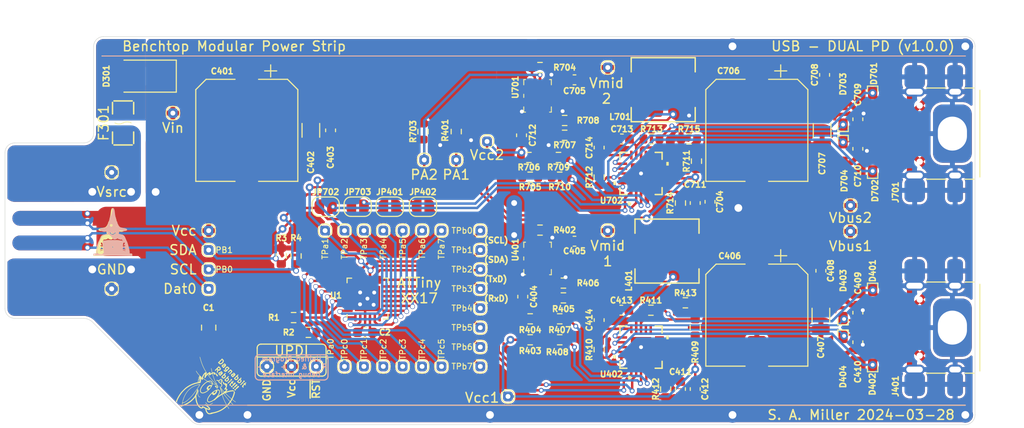
<source format=kicad_pcb>
(kicad_pcb (version 20211014) (generator pcbnew)
  (title_block (title "Benchtop Modular Power Strip") (date "2024-03-28") (rev "1.0.0") (company "S. A. Miller") (comment 1 "USB") (comment 2 "DUAL PD"))
  (layers (0 "F.Cu" signal) (31 "B.Cu" signal) (34 "B.Paste" user) (35 "F.Paste" user) (36 "B.SilkS" user "B.Silkscreen") (37 "F.SilkS" user "F.Silkscreen") (38 "B.Mask" user) (39 "F.Mask" user) (44 "Edge.Cuts" user))
  (net 0 "")
  (net 1 "GND")
  (net 2 "~{RESET}")
  (net 3 "Dat0")
  (net 4 "PA4")
  (net 5 "PA5")
  (net 6 "PA6")
  (net 7 "PA7")
  (net 8 "PB2")
  (net 9 "PB3")
  (net 10 "PA1")
  (net 11 "PA2")
  (net 12 "PA3")
  (net 13 "PB0")
  (net 14 "PB1")
  (net 15 "PB4")
  (net 16 "PB5")
  (net 17 "PB6")
  (net 18 "PB7")
  (net 19 "PC2")
  (net 20 "PC3")
  (net 21 "PC4")
  (net 22 "PC5")
  (net 23 "Vsrc")
  (net 24 "Vin")
  (net 25 "/Source Power Rail/Vprot")
  (net 26 "/ATTinyXX17/PA0")
  (net 27 "I2C-Vcc")
  (net 28 "PC0")
  (net 29 "PC1")
  (net 30 "D+")
  (net 31 "D-")
  (net 32 "CC2")
  (net 33 "CC1")
  (net 36 "PD-Vcc")
  (net 37 "Net-(C405-Pad1)")
  (net 38 "/USB-PD/Vmid")
  (net 39 "Net-(C411-Pad1)")
  (net 40 "Net-(C413-Pad1)")
  (net 41 "Net-(C414-Pad1)")
  (net 42 "Net-(JP401-Pad2)")
  (net 43 "Net-(JP402-Pad2)")
  (net 44 "Net-(R402-Pad1)")
  (net 45 "VSEL1")
  (net 46 "VSEL2")
  (net 47 "Net-(R405-Pad2)")
  (net 48 "GPIO5")
  (net 49 "GPIO1")
  (net 50 "Net-(R409-Pad2)")
  (net 51 "Net-(R412-Pad1)")
  (net 53 "GPIO3")
  (net 54 "GPIO4")
  (net 55 "GPIO2")
  (net 56 "GPIO6")
  (net 59 "Vbus1")
  (net 60 "PD-Vccb")
  (net 61 "Net-(C705-Pad1)")
  (net 62 "Vbus2")
  (net 63 "Db+")
  (net 64 "Db-")
  (net 65 "Net-(C711-Pad1)")
  (net 66 "Net-(C713-Pad1)")
  (net 67 "Net-(C714-Pad1)")
  (net 68 "CC2b")
  (net 69 "CC1b")
  (net 72 "Net-(JP702-Pad2)")
  (net 73 "Net-(JP703-Pad2)")
  (net 74 "Net-(R704-Pad1)")
  (net 75 "VSEL1b")
  (net 76 "VSEL2b")
  (net 77 "Net-(R707-Pad2)")
  (net 78 "GPIO5b")
  (net 79 "GPIO1b")
  (net 80 "Net-(R711-Pad2)")
  (net 81 "Net-(R714-Pad1)")
  (net 83 "GPIO3b")
  (net 84 "GPIO4b")
  (net 85 "GPIO2b")
  (net 86 "GPIO6b")
  (net 89 "/USB-PD-2/Vmid2")
  (footprint "tinker:TestPoint_THTPad_D1.0mm_Drill0.5mm" (layer "F.Cu") (at 87 114)
    (fp_text reference "TPc1")
    (fp_text value "CtrlC" hide)
  )
  (footprint "Capacitor_SMD:C_0603_1608Metric" (layer "F.Cu") (at 113.601 90.551 180)
    (fp_text reference "C713")
    (fp_text value "390pF")
  )
  (footprint "tinker:PGB1010603NRHF" (layer "F.Cu") (at 136.398 107.95 90)
    (fp_text reference "D403")
    (fp_text value "PGB1010603NR" hide)
  )
  (footprint "Resistor_SMD:R_0603_1608Metric" (layer "F.Cu") (at 107.696 90.17 180)
    (fp_text reference "R707")
    (fp_text value "100k")
  )
  (footprint "tinker:QFN-13_2p5MMx3MM_MNP" (layer "F.Cu") (at 104.902 86.106)
    (fp_text reference "U701")
    (fp_text value "MP2491CGQB-P" hide)
  )
  (footprint "Capacitor_SMD:C_0805_2012Metric" (layer "F.Cu") (at 71 110 -90)
    (fp_text reference "C1")
    (fp_text value "4.7uF")
  )
  (footprint "Resistor_SMD:R_0603_1608Metric" (layer "F.Cu") (at 79.756 108.966)
    (fp_text reference "R1")
    (fp_text value "10k")
  )
  (footprint "Resistor_SMD:R_0603_1608Metric" (layer "F.Cu") (at 105.156 99.949)
    (fp_text reference "R402")
    (fp_text value "51k")
  )
  (footprint "Capacitor_SMD:C_0603_1608Metric" (layer "F.Cu") (at 108.712 84.455)
    (fp_text reference "C705")
    (fp_text value "1uF")
  )
  (footprint "Resistor_SMD:R_0603_1608Metric" (layer "F.Cu") (at 104.14 109.093)
    (fp_text reference "R404")
    (fp_text value "10k")
  )
  (footprint "Capacitor_SMD:C_0603_1608Metric" (layer "F.Cu") (at 134.112 104.14 -90)
    (fp_text reference "C408")
    (fp_text value "100nF")
  )
  (footprint "Capacitor_SMD:C_1206_3216Metric" (layer "F.Cu") (at 134.112 108.712 -90)
    (fp_text reference "C407")
    (fp_text value "10uF")
  )
  (footprint "tinker:TestPoint_THTPad_D1.0mm_Drill0.5mm" (layer "F.Cu") (at 71 106)
    (fp_text reference "TP5" hide)
    (fp_text value "Dat0" hide)
  )
  (footprint "tinker:TestPoint_THTPad_D1.0mm_Drill0.5mm" (layer "F.Cu") (at 61 94)
    (fp_text reference "TP301" hide)
    (fp_text value "Vsrc" hide)
  )
  (footprint "Capacitor_SMD:C_0603_1608Metric" (layer "F.Cu") (at 108.712 101.092)
    (fp_text reference "C405")
    (fp_text value "1uF")
  )
  (footprint "tinker:TestPoint_THTPad_D1.0mm_Drill0.5mm" (layer "F.Cu") (at 93 114 90)
    (fp_text reference "TPc4")
    (fp_text value "CtrlC" hide)
  )
  (footprint "Capacitor_SMD:C_0603_1608Metric" (layer "F.Cu") (at 87.122 110.49 180)
    (fp_text reference "C2")
    (fp_text value "100nF")
  )
  (footprint "Resistor_SMD:R_0603_1608Metric" (layer "F.Cu") (at 121.285 92.837 90)
    (fp_text reference "R711")
    (fp_text value "33k")
  )
  (footprint "Resistor_SMD:R_0603_1608Metric" (layer "F.Cu") (at 107.188 94.488)
    (fp_text reference "R710")
    (fp_text value "0")
  )
  (footprint "Jumper:SolderJumper-2_P1.3mm_Open_RoundedPad1.0x1.5mm" (layer "F.Cu") (at 93.091 97.536)
    (fp_text reference "JP402")
    (fp_text value "SolderJumper_2_Open")
  )
  (footprint "Capacitor_SMD:CP_Elec_10x7.7" (layer "F.Cu") (at 127.508 89.662 -90)
    (fp_text reference "C706")
    (fp_text value "330uF")
  )
  (footprint "Resistor_SMD:R_0603_1608Metric" (layer "F.Cu") (at 104.013 92.456)
    (fp_text reference "R706")
    (fp_text value "10k")
  )
  (footprint "tinker:TestPoint_THTPad_D1.0mm_Drill0.5mm" (layer "F.Cu") (at 99 108)
    (fp_text reference "TPb4")
    (fp_text value "CtrlB" hide)
  )
  (footprint "Resistor_SMD:R_0603_1608Metric" (layer "F.Cu") (at 104.14 111.252)
    (fp_text reference "R403")
    (fp_text value "10k")
  )
  (footprint "Resistor_SMD:R_0603_1608Metric" (layer "F.Cu") (at 107.696 88.646)
    (fp_text reference "R708")
    (fp_text value "11k")
  )
  (footprint "tinker:F1206" (layer "F.Cu") (at 62.176 88.9 90)
    (fp_text reference "F301")
    (fp_text value "Polyfuse" hide)
  )
  (footprint "Capacitor_SMD:C_1206_3216Metric" (layer "F.Cu") (at 81.534 89.662 -90)
    (fp_text reference "C402")
    (fp_text value "10uF")
  )
  (footprint "Resistor_SMD:R_0603_1608Metric" (layer "F.Cu") (at 78.486 102.616 -90)
    (fp_text reference "R3")
    (fp_text value "10k")
  )
  (footprint "tinker:TestPoint_THTPad_D1.0mm_Drill0.5mm" (layer "F.Cu") (at 85 100 90)
    (fp_text reference "TPa2")
    (fp_text value "CtrlA" hide)
  )
  (footprint "tinker:TestPoint_THTPad_D1.0mm_Drill0.5mm" (layer "F.Cu") (at 95 114 90)
    (fp_text reference "TPc5")
    (fp_text value "CtrlC" hide)
  )
  (footprint "tinker:QFN-20_MP5031_MNP" (layer "F.Cu") (at 115.57 94.107 90)
    (fp_text reference "U702")
    (fp_text value "MP5031GRE-00A3-P" hide)
  )
  (footprint "Resistor_SMD:R_0603_1608Metric" (layer "F.Cu") (at 81.28 110.49)
    (fp_text reference "R2")
    (fp_text value "330R")
  )
  (footprint "Capacitor_SMD:C_0603_1608Metric" (layer "F.Cu") (at 137.922 111.506 -90)
    (fp_text reference "C410")
    (fp_text value "1nF")
  )
  (footprint "tinker:IND-SMD_L7.1-W6.6" (layer "F.Cu") (at 118.248 102.108)
    (fp_text reference "L401")
    (fp_text value "4.7uH")
  )
  (footprint "tinker:USB_C" (layer "F.Cu") (at 142.853632 110 90)
    (fp_text reference "J401")
    (fp_text value "USB_C_Receptacle" hide)
  )
  (footprint "Resistor_SMD:R_0603_1608Metric" (layer "F.Cu") (at 104.14 94.488)
    (fp_text reference "R705")
    (fp_text value "10k")
  )
  (footprint "Capacitor_SMD:C_0603_1608Metric" (layer "F.Cu") (at 103.251 90.17 90)
    (fp_text reference "C712")
    (fp_text value "2.2uF")
  )
  (footprint "tinker:PGB1010603NRHF" (layer "F.Cu") (at 139.446 92.837 90)
    (fp_text reference "D702")
    (fp_text value "PGB1010603NR" hide)
  )
  (footprint "tinker:TestPoint_THTPad_D1.0mm_Drill0.5mm" (layer "F.Cu") (at 112.141 100)
    (fp_text reference "TP402" hide)
    (fp_text value "Vmid" hide)
  )
  (footprint "tinker:TestPoint_THTPad_D1.0mm_Drill0.5mm" (layer "F.Cu") (at 89 100 90)
    (fp_text reference "TPa4")
    (fp_text value "CtrlA" hide)
  )
  (footprint "Resistor_SMD:R_0603_1608Metric" (layer "F.Cu") (at 107.188 111.252)
    (fp_text reference "R408")
    (fp_text value "0")
  )
  (footprint "tinker:IND-SMD_L7.1-W6.6" (layer "F.Cu") (at 117.856 85.471)
    (fp_text reference "L701")
    (fp_text value "4.7uH")
  )
  (footprint "tinker:TestPoint_THTPad_D1.0mm_Drill0.5mm" (layer "F.Cu") (at 96.52 92.71)
    (fp_text reference "TP401" hide)
    (fp_text value "CtrlA" hide)
  )
  (footprint "Resistor_SMD:R_0603_1608Metric" (layer "F.Cu") (at 116.649 90.551)
    (fp_text reference "R713")
    (fp_text value "2R2")
  )
  (footprint "tinker:TestPoint_THTPad_D1.0mm_Drill0.5mm" (layer "F.Cu") (at 77 114 90)
    (fp_text reference "TP4" hide)
    (fp_text value "GND" hide)
  )
  (footprint "tinker:TestPoint_THTPad_D1.0mm_Drill0.5mm" (layer "F.Cu") (at 99 102)
    (fp_text reference "TPb1")
    (fp_text value "CtrlB" hide)
  )
  (footprint "tinker:TestPoint_THTPad_D1.0mm_Drill0.5mm" (layer "F.Cu") (at 89 114 90)
    (fp_text reference "TPc2")
    (fp_text value "CtrlC" hide)
  )
  (footprint "tinker:TestPoint_THTPad_D1.0mm_Drill0.5mm" (layer "F.Cu") (at 95 100 90)
    (fp_text reference "TPa7")
    (fp_text value "CtrlA" hide)
  )
  (footprint "Package_DFN_QFN:QFN-24-1EP_4x4mm_P0.5mm_EP2.6x2.6mm" (layer "F.Cu") (at 87.376 107.01 90)
    (fp_text reference "U1")
    (fp_text value "ATtiny1617")
  )
  (footprint "tinker:NerdMage" (layer "F.Cu") (at 61.11668 100.076)
    (fp_text reference "G***" hide)
    (fp_text value "LOGO" hide)
  )
  (footprint "tinker:TestPoint_THTPad_D1.0mm_Drill0.5mm" (layer "F.Cu") (at 85 114)
    (fp_text reference "TPc0")
    (fp_text value "CtrlC" hide)
  )
  (footprint "tinker:TestPoint_THTPad_D1.0mm_Drill0.5mm" (layer "F.Cu") (at 67.31 87.884)
    (fp_text reference "TP302" hide)
    (fp_text value "Vin" hide)
  )
  (footprint "tinker:TestPoint_THTPad_D1.0mm_Drill0.5mm" (layer "F.Cu") (at 93.218 92.71)
    (fp_text reference "TP701" hide)
    (fp_text value "CtrlB" hide)
  )
  (footprint "Capacitor_SMD:C_0603_1608Metric" (layer "F.Cu") (at 103.378 106.807 90)
    (fp_text reference "C404")
    (fp_text value "2.2uF")
  )
  (footprint "Resistor_SMD:R_0603_1608Metric" (layer "F.Cu") (at 96.52 89.789 -90)
    (fp_text reference "R401")
    (fp_text value "300k")
  )
  (footprint "tinker:TestPoint_THTPad_D1.0mm_Drill0.5mm" (layer "F.Cu") (at 112.141 83.185)
    (fp_text reference "TP702" hide)
    (fp_text value "Vmid" hide)
  )
  (footprint "tinker:TestPoint_THTPad_D1.0mm_Drill0.5mm" (layer "F.Cu") (at 99 110)
    (fp_text reference "TPb5")
    (fp_text value "CtrlB" hide)
  )
  (footprint "Resistor_SMD:R_0603_1608Metric" (layer "F.Cu") (at 121.158 109.982 90)
    (fp_text reference "R409")
    (fp_text value "33k")
  )
  (footprint "Capacitor_SMD:C_0603_1608Metric" (layer "F.Cu") (at 121.158 116.332 -90)
    (fp_text reference "C412")
    (fp_text value "2.2uF")
  )
  (footprint "Capacitor_SMD:C_0603_1608Metric" (layer "F.Cu") (at 137.922 108.458 90)
    (fp_text reference "C409")
    (fp_text value "1nF")
  )
  (footprint "tinker:TestPoint_THTPad_D1.0mm_Drill0.5mm" (layer "F.Cu") (at 61 106)
    (fp_text reference "TP303" hide)
    (fp_text value "GND" hide)
  )
  (footprint "Capacitor_SMD:C_0603_1608Metric" (layer "F.Cu") (at 137.922 88.519 90)
    (fp_text reference "C709")
    (fp_text value "1nF")
  )
  (footprint "tinker:DagNabbit" (layer "F.Cu") (at 71.04 116.6 135)
    (fp_text reference "REF**" hide)
    (fp_text value "DagNabbit" hide)
  )
  (footprint "tinker:TestPoint_THTPad_D1.0mm_Drill0.5mm" (layer "F.Cu") (at 101.854 117.094)
    (fp_text reference "TP403" hide)
    (fp_text value "PD-Vcc" hide)
  )
  (footprint "Capacitor_SMD:C_0603_1608Metric" (layer "F.Cu") (at 111.252 109.22 90)
    (fp_text reference "C414")
    (fp_text value "390pF")
  )
  (footprint "tinker:TestPoint_THTPad_D1.0mm_Drill0.5mm" (layer "F.Cu") (at 137.16 97.409)
    (fp_text reference "TP704" hide)
    (fp_text value "Vbus" hide)
  )
  (footprint "Jumper:SolderJumper-2_P1.3mm_Open_RoundedPad1.0x1.5mm" (layer "F.Cu") (at 86.36 97.536)
    (fp_text reference "JP703")
    (fp_text value "SolderJumper_2_Open")
  )
  (footprint "Capacitor_SMD:C_0603_1608Metric" (layer "F.Cu") (at 121.158 97.155 -90)
    (fp_text reference "C711")
    (fp_text value "470nF")
  )
  (footprint "Jumper:SolderJumper-2_P1.3mm_Open_RoundedPad1.0x1.5mm" (layer "F.Cu") (at 89.662 97.536)
    (fp_text reference "JP401")
    (fp_text value "SolderJumper_2_Open")
  )
  (footprint "Resistor_SMD:R_0603_1608Metric" (layer "F.Cu") (at 107.569 106.934 180)
    (fp_text reference "R405")
    (fp_text value "100k")
  )
  (footprint "Resistor_SMD:R_0603_1608Metric" (layer "F.Cu") (at 111.252 112.268 -90)
    (fp_text reference "R410")
    (fp_text value "2R2")
  )
  (footprint "tinker:QFN-20_MP5031_MNP" (layer "F.Cu") (at 115.57 112.014 90)
    (fp_text reference "U402")
    (fp_text value "MP5031GRE-00A3-P" hide)
  )
  (footprint "tinker:TestPoint_THTPad_D1.0mm_Drill0.5mm" (layer "F.Cu") (at 82.08 114 90)
    (fp_text reference "TPa0")
    (fp_text value "~{RESET}" hide)
  )
  (footprint "tinker:TestPoint_THTPad_D1.0mm_Drill0.5mm" (layer "F.Cu") (at 93 100 90)
    (fp_text reference "TPa6")
    (fp_text value "CtrlA" hide)
  )
  (footprint "tinker:PGB1010603NRHF" (layer "F.Cu") (at 139.446 86.868 -90)
    (fp_text reference "D701")
    (fp_text value "PGB1010603NR" hide)
  )
  (footprint "tinker:TestPoint_THTPad_D1.0mm_Drill0.5mm" (layer "F.Cu") (at 83 100 90)
    (fp_text reference "TPa1")
    (fp_text value "CtrlA" hide)
  )
  (footprint "Resistor_SMD:R_0603_1608Metric" (layer "F.Cu") (at 120.523 90.551 180)
    (fp_text reference "R715")
    (fp_text value "47k")
  )
  (footprint "Resistor_SMD:R_0603_1608Metric" (layer "F.Cu") (at 93.091 89.789 -90)
    (fp_text reference "R703")
    (fp_text value "300k")
  )
  (footprint "Resistor_SMD:R_0603_1608Metric" (layer "F.Cu") (at 107.188 109.093)
    (fp_text reference "R407")
    (fp_text value "0")
  )
  (footprint "Capacitor_SMD:C_0603_1608Metric" (layer "F.Cu") (at 113.538 108.204 180)
    (fp_text reference "C413")
    (fp_text value "390pF")
  )
  (footprint "Resistor_SMD:R_0603_1608Metric" (layer "F.Cu") (at 105.156 83.185)
    (fp_text reference "R704")
    (fp_text value "51k")
  )
  (footprint "Capacitor_SMD:C_0603_1608Metric" (layer "F.Cu") (at 122.682 97.028 -90)
    (fp_text reference "C704")
    (fp_text value "2.2uF")
  )
  (footprint "tinker:PGB1010603NRHF" (layer "F.Cu") (at 136.398 88.011 90)
    (fp_text reference "D703")
    (fp_text value "PGB1010603NR" hide)
  )
  (footprint "Capacitor_SMD:C_0603_1608Metric" (layer "F.Cu") (at 119.634 116.332 -90)
    (fp_text reference "C411")
    (fp_text value "470nF")
  )
  (footprint "Resistor_SMD:R_0603_1608Metric" (layer "F.Cu") (at 116.586 108.204)
    (fp_text reference "R411")
    (fp_text value "2R2")
  )
  (footprint "tinker:TestPoint_THTPad_D1.0mm_Drill0.5mm" (layer "F.Cu") (at 99 104)
    (fp_text reference "TPb2")
    (fp_text value "CtrlB" hide)
  )
  (footprint "Capacitor_SMD:C_0603_1608Metric" (layer "F.Cu") (at 137.922 91.567 -90)
    (fp_text reference "C710")
    (fp_text value "1nF")
  )
  (footprint "tinker:TestPoint_THTPad_D1.0mm_Drill0.5mm" (layer "F.Cu") (at 71 104)
    (fp_text reference "TP8" hide)
    (fp_text value "Dat3" hide)
  )
  (footprint "tinker:TestPoint_THTPad_D1.0mm_Drill0.5mm" (layer "F.Cu") (at 79.54 114 90)
    (fp_text reference "TP1" hide)
    (fp_text value "I2C-Vcc" hide)
  )
  (footprint "Resistor_SMD:R_0603_1608Metric" (layer "F.Cu") (at 120.142 107.442 180)
    (fp_text reference "R413")
    (fp_text value "47k")
  )
  (footprint "Resistor_SMD:R_0603_1608Metric" (layer "F.Cu") (at 80.01 102.616 -90)
    (fp_text reference "R4")
    (fp_text value "10k")
  )
  (footprint "Resistor_SMD:R_0603_1608Metric" (layer "F.Cu") (at 119.634 97.155 -90)
    (fp_text reference "R714")
    (fp_text value "0")
  )
  (footprint "Capacitor_SMD:C_0603_1608Metric" (layer "F.Cu") (at 134.493 83.947 -90)
    (fp_text reference "C708")
    (fp_text value "100nF")
  )
  (footprint "tinker:TestPoint_THTPad_D1.0mm_Drill0.5mm" (layer "F.Cu") (at 137.16 100.076)
    (fp_text reference "TP404" hide)
    (fp_text value "Vbus" hide)
  )
  (footprint "Capacitor_SMD:C_0603_1608Metric" (layer "F.Cu") (at 111.252 91.44 90)
    (fp_text reference "C714")
    (fp_text value "390pF")
  )
  (footprint "Resistor_SMD:R_0603_1608Metric" (layer "F.Cu") (at 111.252 94.488 -90)
    (fp_text reference "R712")
    (fp_text value "2R2")
  )
  (footprint "tinker:TestPoint_THTPad_D1.0mm_Drill0.5mm" (layer "F.Cu") (at 91 100 90)
    (fp_text reference "TPa5")
    (fp_text value "CtrlA" hide)
  )
  (footprint "tinker:TestPoint_THTPad_D1.0mm_Drill0.5mm" (layer "F.Cu") (at 99 114)
    (fp_text reference "TPb7")
    (fp_text value "CtrlB" hide)
  )
  (footprint "Capacitor_SMD:C_1206_3216Metric" (layer "F.Cu") (at 134.239 89.662 -90)
    (fp_text reference "C707")
    (fp_text value "10uF")
  )
  (footprint "tinker:TestPoint_THTPad_D1.0mm_Drill0.5mm" (layer "F.Cu") (at 99 100)
    (fp_text reference "TPb0")
    (fp_text value "CtrlB" hide)
  )
  (footprint "tinker:QFN-13_2p5MMx3MM_MNP" (layer "F.Cu") (at 104.902 102.87)
    (fp_text reference "U401")
    (fp_text value "MP2491CGQB-P" hide)
  )
  (footprint "Jumper:SolderJumper-2_P1.3mm_Open_RoundedPad1.0x1.5mm" (layer "F.Cu") (at 83.058 97.536)
    (fp_text reference "JP702")
    (fp_text value "SolderJumper_2_Open")
  )
  (footprint "tinker:TestPoint_THTPad_D1.0mm_Drill0.5mm" (layer "F.Cu") (at 99.695 90.805)
    (fp_text reference "TP703" hide)
    (fp_text value "PD-Vcc" hide)
  )
  (footprint "Diode_SMD:D_SMA" (layer "F.Cu") (at 64.262 84.074 180)
    (fp_text reference "D301")
    (fp_text value "D_Schottky")
  )
  (footprint "Resistor_SMD:R_0603_1608Metric" (layer "F.Cu") (at 118.11 116.332 -90)
    (fp_text reference "R412")
    (fp_text value "0")
  )
  (footprint "tinker:PGB1010603NRHF" (layer "F.Cu") (at 139.446 112.776 90)
    (fp_text reference "D402")
    (fp_text value "PGB1010603NR" hide)
  )
  (footprint "tinker:PGB1010603NRHF" (layer "F.Cu") (at 139.446 107.188 -90)
    (fp_text reference "D401")
    (fp_text value "PGB1010603NR" hide)
  )
  (footprint "tinker:TestPoint_THTPad_D1.0mm_Drill0.5mm" (layer "F.Cu") (at 99 106)
    (fp_text reference "TPb3")
    (fp_text value "CtrlB" hide)
  )
  (footprint "Resistor_SMD:R_0603_1608Metric" (layer "F.Cu") (at 107.569 105.41)
    (fp_text reference "R406")
    (fp_text value "11k")
  )
  (footprint "Capacitor_SMD:CP_Elec_10x7.7" (layer "F.Cu") (at 74.93 89.662 -90)
    (fp_text reference "C401")
    (fp_text value "330uF")
  )
  (footprint "tinker:TestPoint_THTPad_D1.0mm_Drill0.5mm" (layer "F.Cu") (at 91 114 90)
    (fp_text reference "TPc3")
    (fp_text value "CtrlC" hide)
  )
  (footprint "Capacitor_SMD:CP_Elec_10x7.7" (layer "F.Cu") (at 127.508 108.712 -90)
    (fp_text reference "C406")
    (fp_text value "330uF")
  )
  (footprint "tinker:PGB1010603NRHF" (layer "F.Cu") (at 136.398 91.948 -90)
    (fp_text reference "D704")
    (fp_text value "PGB1010603NR" hide)
  )
  (footprint "tinker:TestPoint_THTPad_D1.0mm_Drill0.5mm" (layer "F.Cu") (at 87 100 90)
    (fp_text reference "TPa3")
    (fp_text value "CtrlA" hide)
  )
  (footprint "tinker:USB_C" (layer "F.Cu") (at 142.853632 90 90)
    (fp_text reference "J701")
    (fp_text value "USB_C_Receptacle" hide)
  )
  (footprint "tinker:PGB1010603NRHF" (layer "F.Cu") (at 136.398 112.014 -90)
    (fp_text reference "D404")
    (fp_text value "PGB1010603NR" hide)
  )
  (footprint "Resistor_SMD:R_0603_1608Metric" (layer "F.Cu") (at 107.061 92.456)
    (fp_text reference "R709")
    (fp_text value "0")
  )
  (footprint "tinker:TestPoint_THTPad_D1.0mm_Drill0.5mm" (layer "F.Cu") (at 71 100)
    (fp_text reference "TP6" hide)
    (fp_text value "Dat1" hide)
  )
  (footprint "tinker:TestPoint_THTPad_D1.0mm_Drill0.5mm" (layer "F.Cu") (at 71 102)
    (fp_text reference "TP7" hide)
    (fp_text value "Dat2" hide)
  )
  (footprint "Capacitor_SMD:C_0603_1608Metric" (layer "F.Cu") (at 83.566 89.662 -90)
    (fp_text reference "C403")
    (fp_text value "100nF")
  )
  (footprint "tinker:TestPoint_THTPad_D1.0mm_Drill0.5mm" (layer "F.Cu") (at 99 112)
    (fp_text reference "TPb6")
    (fp_text value "CtrlB" hide)
  )
  (footprint "tinker:NerdMage" (layer "B.Cu") (at 61.11668 100.076 180)
    (fp_text reference "G***" hide)
    (fp_text value "LOGO" hide)
  )
  (gr_arc (start 75.8 113.2) (mid 75.917157 112.917157) (end 76.2 112.8) (layer "B.SilkS") (width 0.12))
  (gr_line (start 68 118) (end 149 118) (layer "B.SilkS") (width 0.1))
  (gr_arc (start 83.3 115) (mid 83.182843 115.282843) (end 82.9 115.4) (layer "B.SilkS") (width 0.12))
  (gr_line (start 76.2 115.4) (end 82.9 115.4) (layer "B.SilkS") (width 0.12))
  (gr_line (start 83.3 113.2) (end 83.3 115) (layer "B.SilkS") (width 0.12))
  (gr_line (start 60 82) (end 149 82) (layer "B.SilkS") (width 0.1))
  (gr_arc (start 76.2 115.4) (mid 75.917157 115.282843) (end 75.8 115) (layer "B.SilkS") (width 0.12))
  (gr_arc (start 82.9 112.8) (mid 83.182843 112.917157) (end 83.3 113.2) (layer "B.SilkS") (width 0.12))
  (gr_line (start 82.9 112.8) (end 76.2 112.8) (layer "B.SilkS") (width 0.12))
  (gr_line (start 75.8 113.2) (end 75.8 115) (layer "B.SilkS") (width 0.12))
  (gr_line (start 76 112.1) (end 76 113.03) (layer "F.SilkS") (width 0.12))
  (gr_line (start 82.7 111.7) (end 76.4 111.7) (layer "F.SilkS") (width 0.12))
  (gr_line (start 76.4 115) (end 82.7 115) (layer "F.SilkS") (width 0.12))
  (gr_line (start 76 113.03) (end 76 114.6) (layer "F.SilkS") (width 0.12))
  (gr_line (start 60 82) (end 149 82) (layer "F.SilkS") (width 0.1))
  (gr_arc (start 82.7 111.7) (mid 82.982843 111.817157) (end 83.1 112.1) (layer "F.SilkS") (width 0.12))
  (gr_line (start 75 118) (end 149 118) (layer "F.SilkS") (width 0.1))
  (gr_line (start 83.1 114.6) (end 83.1 113.03) (layer "F.SilkS") (width 0.12))
  (gr_arc (start 76 112.1) (mid 76.117157 111.817157) (end 76.4 111.7) (layer "F.SilkS") (width 0.12))
  (gr_arc (start 76.4 115) (mid 76.117157 114.882843) (end 76 114.6) (layer "F.SilkS") (width 0.12))
  (gr_arc (start 83.1 114.6) (mid 82.982843 114.882843) (end 82.7 115) (layer "F.SilkS") (width 0.12))
  (gr_line (start 83.1 113.03) (end 76 113.03) (layer "F.SilkS") (width 0.12))
  (gr_line (start 83.1 113.03) (end 83.1 112.1) (layer "F.SilkS") (width 0.12))
  (gr_line (start 59.144 109.548) (end 69.144 119.548) (layer "Edge.Cuts") (width 0.05))
  (gr_arc (start 149 80) (mid 149.707107 80.292893) (end 150 81) (layer "Edge.Cuts") (width 0.05))
  (gr_arc (start 50 91.96) (mid 50.292893 91.252893) (end 51 90.96) (layer "Edge.Cuts") (width 0.05))
  (gr_line (start 50 108.04) (end 50 91.96) (layer "Edge.Cuts") (width 0.05))
  (gr_line (start 60.144 80) (end 149 80) (layer "Edge.Cuts") (width 0.05))
  (gr_arc (start 58.144 109.04) (mid 58.694524 109.194544) (end 59.144 109.548) (layer "Edge.Cuts") (width 0.05))
  (gr_line (start 59.144 81) (end 59.144 89.96) (layer "Edge.Cuts") (width 0.05))
  (gr_arc (start 59.144 81) (mid 59.436893 80.292893) (end 60.144 80) (layer "Edge.Cuts") (width 0.05))
  (gr_arc (start 150 119) (mid 149.707107 119.707107) (end 149 120) (layer "Edge.Cuts") (width 0.05))
  (gr_arc (start 70.144 120) (mid 69.594859 119.882718) (end 69.144 119.548) (layer "Edge.Cuts") (width 0.05))
  (gr_line (start 150 119) (end 150 81) (layer "Edge.Cuts") (width 0.05))
  (gr_line (start 51 90.96) (end 58.144 90.96) (layer "Edge.Cuts") (width 0.05))
  (gr_arc (start 51 109.04) (mid 50.292893 108.747107) (end 50 108.04) (layer "Edge.Cuts") (width 0.05))
  (gr_arc (start 59.144 89.96) (mid 58.851107 90.667107) (end 58.144 90.96) (layer "Edge.Cuts") (width 0.05))
  (gr_line (start 58.144 109.04) (end 51 109.04) (layer "Edge.Cuts") (width 0.05))
  (gr_line (start 149 120) (end 70.144 120) (layer "Edge.Cuts") (width 0.05))
  (gr_text "  Unified Program  \n R    &    +     - \n  Debug Interface  " (at 79.54 114.025) (layer "B.SilkS") (effects (font (size 0.5 0.5) (thickness 0.1)) (justify mirror)))
  (gr_text "${TITLE}" (at 62 81) (layer "F.SilkS") (effects (font (size 1 1)) (justify left)))
  (gr_text "${COMMENT1} - ${COMMENT2} (v${REVISION})" (at 148 81) (layer "F.SilkS") (effects (font (size 1 1)) (justify right)))
  (gr_text "GND" (at 77 115.2 90) (layer "F.SilkS") (effects (font (size 0.75 0.75)) (justify right)))
  (gr_text "Vin" (at 67.31 89.408) (layer "F.SilkS") (effects (font (size 1 1))))
  (gr_text "SCL" (at 69.85 104) (layer "F.SilkS") (effects (font (size 1 1)) (justify right)))
  (gr_text "Vbus1" (at 137.16 101.6) (layer "F.SilkS") (effects (font (size 1 1))))
  (gr_text "~{RST}" (at 82.08 115.2 90) (layer "F.SilkS") (effects (font (size 0.75 0.75)) (justify right)))
  (gr_text "Vcc1" (at 99.187 117.221) (layer "F.SilkS") (effects (font (size 1 1))))
  (gr_text "Vcc" (at 69.85 100) (layer "F.SilkS") (effects (font (size 1 1)) (justify right)))
  (gr_text "PB1" (at 71.65 102) (layer "F.SilkS") (effects (font (size 0.6 0.6) (thickness 0.1)) (justify left)))
  (gr_text "SDA" (at 69.85 102) (layer "F.SilkS") (effects (font (size 1 1)) (justify right)))
  (gr_text "(TxD)" (at 99.314 105) (layer "F.SilkS") (effects (font (size 0.6 0.6)) (justify left)))
  (gr_text "Vsrc" (at 61 96) (layer "F.SilkS") (effects (font (size 1 1))))
  (gr_text "UPDI" (at 79.54 112.4) (layer "F.SilkS") (effects (font (size 1 1))))
  (gr_text "Vcc" (at 79.54 115.2 90) (layer "F.SilkS") (effects (font (size 0.75 0.75)) (justify right)))
  (gr_text "(RxD)" (at 99.314 107) (layer "F.SilkS") (effects (font (size 0.6 0.6)) (justify left)))
  (gr_text "(SDA)" (at 99.314 103) (layer "F.SilkS") (effects (font (size 0.6 0.6)) (justify left)))
  (gr_text "Vmid\n1" (at 112.141 102.362) (layer "F.SilkS") (effects (font (size 1 1))))
  (gr_text "(SCL)" (at 99.314 101) (layer "F.SilkS") (effects (font (size 0.6 0.6)) (justify left)))
  (gr_text "PA1" (at 96.52 94.234) (layer "F.SilkS") (effects (font (size 1 1))))
  (gr_text "Vcc2" (at 99.695 92.202) (layer "F.SilkS") (effects (font (size 1 1))))
  (gr_text "Vbus2" (at 137.16 98.679) (layer "F.SilkS") (effects (font (size 1 1))))
  (gr_text "Dat0" (at 69.85 106) (layer "F.SilkS") (effects (font (size 1 1)) (justify right)))
  (gr_text "PA2" (at 93.218 94.234) (layer "F.SilkS") (effects (font (size 1 1))))
  (gr_text "ATTiny\nXX17" (at 92.71 106.172) (layer "F.SilkS") (effects (font (size 1 1))))
  (gr_text "${COMPANY} ${ISSUE_DATE}" (at 148 119) (layer "F.SilkS") (effects (font (size 1 1)) (justify right)))
  (gr_text "Vmid\n2" (at 112.014 85.598) (layer "F.SilkS") (effects (font (size 1 1))))
  (gr_text "GND" (at 61 104) (layer "F.SilkS") (effects (font (size 1 1))))
  (gr_text "PB0" (at 71.65 104) (layer "F.SilkS") (effects (font (size 0.6 0.6) (thickness 0.1)) (justify left)))
  (segment (start 87.126 107.26) (end 87.376 107.01) (width 0.25) (layer "F.Cu") (net 1))
  (segment (start 106.504126 103.520126) (end 106.102 103.520126) (width 0.5) (layer "F.Cu") (net 1))
  (segment (start 106.426 100.723463) (end 106.426 100.394) (width 0.5) (layer "F.Cu") (net 1))
  (segment (start 139.446 111.716) (end 138.487 111.716) (width 0.5) (layer "F.Cu") (net 1))
  (segment (start 107.484468 87.686716) (end 108.443752 88.646) (width 0.5) (layer "F.Cu") (net 1))
  (segment (start 106.426 100.723463) (end 105.729463 101.42) (width 0.5) (layer "F.Cu") (net 1))
  (segment (start 87.126 109.711) (end 87.126 108.9475) (width 0.25) (layer "F.Cu") (net 1))
  (segment (start 137.922 112.281) (end 137.191 112.281) (width 0.5) (layer "F.Cu") (net 1))
  (segment (start 105.981 83.185) (end 106.331 83.535) (width 0.5) (layer "F.Cu") (net 1))
  (segment (start 106.331 83.927463) (end 105.729463 84.529) (width 0.5) (layer "F.Cu") (net 1))
  (segment (start 138.855 91.777) (end 138.487 91.777) (width 0.5) (layer "F.Cu") (net 1))
  (segment (start 103.378 103.735811) (end 103.378 104.521) (width 0.5) (layer "F.Cu") (net 1))
  (segment (start 107.791 104.807) (end 106.504126 103.520126) (width 0.5) (layer "F.Cu") (net 1))
  (segment (start 137.922 107.683) (end 137.191 107.683) (width 0.5) (layer "F.Cu") (net 1))
  (segment (start 105.729463 84.529) (end 105.729463 84.656) (width 0.5) (layer "F.Cu") (net 1))
  (segment (start 119.698 88.963) (end 120.523 88.138) (width 0.5) (layer "F.Cu") (net 1))
  (segment (start 104.101 103.520126) (end 103.593685 103.520126) (width 0.5) (layer "F.Cu") (net 1))
  (segment (start 134.423 104.915) (end 134.112 104.915) (width 0.5) (layer "F.Cu") (net 1))
  (segment (start 138.487 108.248) (end 137.922 107.683) (width 0.5) (layer "F.Cu") (net 1))
  (segment (start 103.283 89.363) (end 103.283 87.725) (width 0.5) (layer "F.Cu") (net 1))
  (segment (start 137.922 92.342) (end 137.256 93.008) (width 0.5) (layer "F.Cu") (net 1))
  (segment (start 139.446 87.928) (end 138.513 87.928) (width 0.5) (layer "F.Cu") (net 1))
  (segment (start 137.191 112.281) (end 136.398 113.074) (width 0.5) (layer "F.Cu") (net 1))
  (segment (start 106.331 83.535) (end 106.331 83.927463) (width 0.5) (layer "F.Cu") (net 1))
  (segment (start 119.698 90.551) (end 119.698 88.963) (width 0.5) (layer "F.Cu") (net 1))
  (segment (start 103.283 87.725) (end 103.283 87.066811) (width 0.5) (layer "F.Cu") (net 1))
  (segment (start 86.347 110.49) (end 87.126 109.711) (width 0.25) (layer "F.Cu") (net 1))
  (segment (start 139.446 91.777) (end 138.855 91.777) (width 0.5) (layer "F.Cu") (net 1))
  (segment (start 103.283 87.066811) (end 103.593685 86.756126) (width 0.5) (layer "F.Cu") (net 1))
  (segment (start 87.126 108.9475) (end 87.126 107.26) (width 0.25) (layer "F.Cu") (net 1))
  (segment (start 136.398 106.89) (end 134.423 104.915) (width 0.5) (layer "F.Cu") (net 1))
  (segment (start 138.513 87.928) (end 138.106 87.928) (width 0.5) (layer "F.Cu") (net 1))
  (segment (start 103.251 89.395) (end 103.283 89.363) (width 0.5) (layer "F.Cu") (net 1))
  (segment (start 134.493 85.046) (end 136.398 86.951) (width 0.5) (layer "F.Cu") (net 1))
  (segment (start 138.487 91.777) (end 137.922 92.342) (width 0.5) (layer "F.Cu") (net 1))
  (segment (start 137.129 86.951) (end 137.922 87.744) (width 0.5) (layer "F.Cu") (net 1))
  (segment (start 139.446 108.248) (end 138.487 108.248) (width 0.5) (layer "F.Cu") (net 1))
  (segment (start 136.398 86.951) (end 137.129 86.951) (width 0.5) (layer "F.Cu") (net 1))
  (segment (start 134.493 84.722) (end 134.493 85.046) (width 0.5) (layer "F.Cu") (net 1))
  (segment (start 103.593685 103.520126) (end 103.378 103.735811) (width 0.5) (layer "F.Cu") (net 1))
  (segment (start 137.256 93.008) (end 136.398 93.008) (width 0.5) (layer "F.Cu") (net 1))
  (segment (start 106.553878 86.756126) (end 106.102 86.756126) (width 0.5) (layer "F.Cu") (net 1))
  (segment (start 106.426 100.394) (end 105.981 99.949) (width 0.5) (layer "F.Cu") (net 1))
  (segment (start 108.443752 88.646) (end 108.521 88.646) (width 0.5) (layer "F.Cu") (net 1))
  (segment (start 138.106 87.928) (end 137.922 87.744) (width 0.5) (layer "F.Cu") (net 1))
  (segment (start 138.487 111.716) (end 137.922 112.281) (width 0.5) (layer "F.Cu") (net 1))
  (segment (start 137.191 107.683) (end 136.398 106.89) (width 0.5) (layer "F.Cu") (net 1))
  (segment (start 103.593685 86.756126) (end 104.101 86.756126) (width 0.5) (layer "F.Cu") (net 1))
  (segment (start 103.378 104.521) (end 103.378 106.032) (width 0.5) (layer "F.Cu") (net 1))
  (segment (start 107.791 104.807) (end 108.394 105.41) (width 0.5) (layer "F.Cu") (net 1))
  (segment (start 107.484468 87.686716) (end 106.553878 86.756126) (width 0.5) (layer "F.Cu") (net 1))
  (via (at 115.57 112.014) (size 0.8) (drill 0.4) (layers "F.Cu" "B.Cu") (net 1))
  (via (at 125.603 97.663) (size 1.6) (drill 0.8) (layers "F.Cu" "B.Cu") (net 1))
  (via (at 70.04 119) (size 1.6) (drill 0.8) (layers "F.Cu" "B.Cu") (net 1))
  (via (at 75 119) (size 1.6) (drill 0.8) (layers "F.Cu" "B.Cu") (net 1))
  (via (at 115.57 94.107) (size 0.8) (drill 0.4) (layers "F.Cu" "B.Cu") (net 1))
  (via (at 94.869 91.186) (size 0.8) (drill 0.4) (layers "F.Cu" "B.Cu") (net 1))
  (via (at 103.378 104.521) (size 0.8) (drill 0.4) (layers "F.Cu" "B.Cu") (net 1))
  (via (at 138.513 87.928) (size 0.8) (drill 0.4) (layers "F.Cu" "B.Cu") (net 1))
  (via (at 63 104) (size 1.6) (drill 0.8) (layers "F.Cu" "B.Cu") (net 1))
  (via (at 149 119) (size 1.6) (drill 0.8) (layers "F.Cu" "B.Cu") (net 1))
  (via (at 86.602225 107.596737) (size 0.8) (drill 0.4) (layers "F.Cu" "B.Cu") (net 1))
  (via (at 138.43 108.204) (size 0.8) (drill 0.4) (layers "F.Cu" "B.Cu") (net 1))
  (via (at 87.366058 107.01) (size 0.8) (drill 0.4) (layers "F.Cu" "B.Cu") (net 1))
  (via (at 106.426 100.723463) (size 0.8) (drill 0.4) (layers "F.Cu" "B.Cu") (net 1))
  (via (at 103.283 87.725) (size 0.8) (drill 0.4) (layers "F.Cu" "B.Cu") (net 1))
  (via (at 65.532 96.012) (size 1.6) (drill 0.8) (layers "F.Cu" "B.Cu") (net 1))
  (via (at 98.044 90.678) (size 0.8) (drill 0.4) (layers "F.Cu" "B.Cu") (net 1))
  (via (at 138.43 111.76) (size 0.8) (drill 0.4) (layers "F.Cu" "B.Cu") (net 1))
  (via (at 138.855 91.777) (size 0.8) (drill 0.4) (layers "F.Cu" "B.Cu") (net 1))
  (via (at 149 81) (size 1.6) (drill 0.8) (layers "F.Cu" "B.Cu") (net 1))
  (via (at 125 81) (size 1.6) (drill 0.8) (layers "F.Cu" "B.Cu") (net 1))
  (via (at 120.523 88.138) (size 0.8) (drill 0.4) (layers "F.Cu" "B.Cu") (net 1))
  (via (at 88.062376 106.383869) (size 0.8) (drill 0.4) (layers "F.Cu" "B.Cu") (net 1))
  (via (at 100 119) (size 1.6) (drill 0.8) (layers "F.Cu" "B.Cu") (net 1))
  (via (at 107.791 104.807) (size 0.8) (drill 0.4) (layers "F.Cu" "B.Cu") (net 1))
  (via (at 59 104) (size 1.6) (drill 0.8) (layers "F.Cu" "B.Cu") (net 1))
  (via (at 86.614 106.372094) (size 0.8) (drill 0.4) (layers "F.Cu" "B.Cu") (net 1))
  (via (at 106.331 83.927463) (size 0.8) (drill 0.4) (layers "F.Cu" "B.Cu") (net 1))
  (via (at 88.003499 107.643839) (size 0.8) (drill 0.4) (layers "F.Cu" "B.Cu") (net 1))
  (via (at 106.045 91.186) (size 0.8) (drill 0.4) (layers "F.Cu" "B.Cu") (net 1))
  (via (at 125 119) (size 1.6) (drill 0.8) (layers "F.Cu" "B.Cu") (net 1))
  (via (at 107.484468 87.686716) (size 0.8) (drill 0.4) (layers "F.Cu" "B.Cu") (net 1))
  (segment (start 82.08 110.515) (end 82.08 114) (width 0.25) (layer "F.Cu") (net 2))
  (via (at 58.5 101.76) (size 0.6) (drill 0.4) (layers "F.Cu" "B.Cu") (net 3))
  (segment (start 66.76 101.76) (end 58.5 101.76) (width 0.25) (layer "B.Cu") (net 3))
  (segment (start 71 106) (end 66.76 101.76) (width 0.25) (layer "B.Cu") (net 3))
  (segment (start 88.402992 109.685) (end 89.876994 109.685) (width 0.25) (layer "F.Cu") (net 4))
  (segment (start 89.876994 109.685) (end 90.275494 109.2865) (width 0.25) (layer "F.Cu") (net 4))
  (segment (start 88.126 109.408008) (end 88.402992 109.685) (width 0.25) (layer "F.Cu") (net 4))
  (segment (start 88.126 108.9475) (end 88.126 109.408008) (width 0.25) (layer "F.Cu") (net 4))
  (via (at 90.275494 109.2865) (size 0.5) (drill 0.4) (layers "F.Cu" "B.Cu") (net 4))
  (segment (start 90.241265 109.252271) (end 90.241265 101.241265) (width 0.25) (layer "B.Cu") (net 4))
  (segment (start 90.275494 109.2865) (end 90.241265 109.252271) (width 0.25) (layer "B.Cu") (net 4))
  (segment (start 90.241265 101.241265) (end 89 100) (width 0.25) (layer "B.Cu") (net 4))
  (segment (start 90.693265 108.7115) (end 88.862 108.7115) (width 0.25) (layer "F.Cu") (net 5))
  (segment (start 90.816265 108.8345) (end 90.693265 108.7115) (width 0.25) (layer "F.Cu") (net 5))
  (segment (start 88.862 108.7115) (end 88.626 108.9475) (width 0.25) (layer "F.Cu") (net 5))
  (via (at 90.816265 108.8345) (size 0.5) (drill 0.4) (layers "F.Cu" "B.Cu") (net 5))
  (segment (start 90.816265 108.8345) (end 90.816265 100.183735) (width 0.25) (layer "B.Cu") (net 5))
  (segment (start 90.816265 100.183735) (end 91 100) (width 0.25) (layer "B.Cu") (net 5))
  (segment (start 89.3135 108.26) (end 91.330846 108.26) (width 0.25) (layer "F.Cu") (net 6))
  (segment (start 91.330846 108.26) (end 91.405346 108.3345) (width 0.25) (layer "F.Cu") (net 6))
  (via (at 91.405346 108.3345) (size 0.5) (drill 0.4) (layers "F.Cu" "B.Cu") (net 6))
  (segment (start 91.405346 108.3345) (end 91.405346 101.594654) (width 0.25) (layer "B.Cu") (net 6))
  (segment (start 91.405346 101.594654) (end 93 100) (width 0.25) (layer "B.Cu") (net 6))
  (segment (start 89.3135 107.76) (end 91.94275 107.76) (width 0.25) (layer "F.Cu") (net 7))
  (segment (start 91.94275 107.76) (end 92.01725 107.8345) (width 0.25) (layer "F.Cu") (net 7))
  (via (at 92.01725 107.8345) (size 0.5) (drill 0.4) (layers "F.Cu" "B.Cu") (net 7))
  (segment (start 92.01725 107.8345) (end 92.01725 102.98275) (width 0.25) (layer "B.Cu") (net 7))
  (segment (start 92.01725 102.98275) (end 95 100) (width 0.25) (layer "B.Cu") (net 7))
  (segment (start 88.126 105.0725) (end 88.126 104.611992) (width 0.25) (layer "F.Cu") (net 8))
  (segment (start 88.126 104.611992) (end 88.655992 104.082) (width 0.25) (layer "F.Cu") (net 8))
  (segment (start 88.655992 104.082) (end 98.918 104.082) (width 0.25) (layer "F.Cu") (net 8))
  (segment (start 88.626 105.0725) (end 98.0725 105.0725) (width 0.25) (layer "F.Cu") (net 9))
  (segment (start 99 106) (end 98.0725 105.0725) (width 0.25) (layer "F.Cu") (net 9))
  (segment (start 96.52 92.71) (end 96.52 90.614) (width 0.25) (layer "F.Cu") (net 10))
  (segment (start 96.518604 93.599) (end 101.794604 98.875) (width 0.25) (layer "F.Cu") (net 10))
  (segment (start 104.521 98.875) (end 105.152063 99.506063) (width 0.25) (layer "F.Cu") (net 10))
  (segment (start 84.6005 108.26) (end 85.4385 108.26) (width 0.25) (layer "F.Cu") (net 10))
  (segment (start 96.52 92.71) (end 96.518604 92.711396) (width 0.25) (layer "F.Cu") (net 10))
  (segment (start 101.794604 98.875) (end 104.521 98.875) (width 0.25) (layer "F.Cu") (net 10))
  (segment (start 81.407 95.5415) (end 94.3235 95.5415) (width 0.25) (layer "F.Cu") (net 10))
  (segment (start 94.3235 95.5415) (end 96.52 93.345) (width 0.25) (layer "F.Cu") (net 10))
  (segment (start 96.518604 92.711396) (end 96.518604 93.599) (width 0.25) (layer "F.Cu") (net 10))
  (segment (start 84.526 108.3345) (end 84.6005 108.26) (width 0.25) (layer "F.Cu") (net 10))
  (segment (start 96.52 93.345) (end 96.52 92.71) (width 0.25) (layer "F.Cu") (net 10))
  (segment (start 105.152063 99.506063) (end 105.152063 101.42) (width 0.25) (layer "F.Cu") (net 10))
  (via (at 84.526 108.3345) (size 0.5) (drill 0.4) (layers "F.Cu" "B.Cu") (net 10))
  (via (at 81.407 95.5415) (size 0.8) (drill 0.4) (layers "F.Cu" "B.Cu") (net 10))
  (segment (start 81.407 95.5415) (end 81.407 98.407) (width 0.25) (layer "B.Cu") (net 10))
  (segment (start 88.891265 103.164057) (end 88.891265 108.017604) (width 0.25) (layer "B.Cu") (net 10))
  (segment (start 84.7465 108.555) (end 84.526 108.3345) (width 0.25) (layer "B.Cu") (net 10))
  (segment (start 85.362 102.362) (end 88.089208 102.362) (width 0.25) (layer "B.Cu") (net 10))
  (segment (start 81.407 98.407) (end 83 100) (width 0.25) (layer "B.Cu") (net 10))
  (segment (start 88.353869 108.555) (end 84.7465 108.555) (width 0.25) (layer "B.Cu") (net 10))
  (segment (start 88.089208 102.362) (end 88.891265 103.164057) (width 0.25) (layer "B.Cu") (net 10))
  (segment (start 88.891265 108.017604) (end 88.353869 108.555) (width 0.25) (layer "B.Cu") (net 10))
  (segment (start 83 100) (end 85.362 102.362) (width 0.25) (layer "B.Cu") (net 10))
  (segment (start 105.152063 83.943063) (end 105.152063 84.656) (width 0.25) (layer "F.Cu") (net 11))
  (segment (start 85.09 109.1295) (end 85.272 108.9475) (width 0.25) (layer "F.Cu") (net 11))
  (segment (start 93.218 92.71) (end 93.218 93.472) (width 0.25) (layer "F.Cu") (net 11))
  (segment (start 91.873 94.817) (end 82.219716 94.817) (width 0.25) (layer "F.Cu") (net 11))
  (segment (start 93.218 93.472) (end 91.873 94.817) (width 0.25) (layer "F.Cu") (net 11))
  (segment (start 93.218 90.741) (end 93.218 92.71) (width 0.25) (layer "F.Cu") (net 11))
  (segment (start 85.272 108.9475) (end 86.126 108.9475) (width 0.25) (layer "F.Cu") (net 11))
  (segment (start 93.091 90.614) (end 93.218 90.741) (width 0.25) (layer "F.Cu") (net 11))
  (via (at 82.219716 94.817) (size 0.8) (drill 0.4) (layers "F.Cu" "B.Cu") (net 11))
  (via (at 105.152063 83.943063) (size 0.5) (drill 0.3) (layers "F.Cu" "B.Cu") (net 11))
  (via (at 85.09 109.1295) (size 0.5) (drill 0.4) (layers "F.Cu" "B.Cu") (net 11))
  (segment (start 93.218 88.646) (end 97.920937 83.943063) (width 0.25) (layer "B.Cu") (net 11))
  (segment (start 89.341265 108.204) (end 88.415765 109.1295) (width 0.25) (layer "B.Cu") (net 11))
  (segment (start 85 100) (end 82.219716 97.219716) (width 0.25) (layer "B.Cu") (net 11))
  (segment (start 89.341265 102.977661) (end 89.341265 108.204) (width 0.25) (layer "B.Cu") (net 11))
  (segment (start 82.219716 97.219716) (end 82.219716 94.817) (width 0.25) (layer "B.Cu") (net 11))
  (segment (start 88.275604 101.912) (end 89.341265 102.977661) (width 0.25) (layer "B.Cu") (net 11))
  (segment (start 85 100) (end 86.912 101.912) (width 0.25) (layer "B.Cu") (net 11))
  (segment (start 88.415765 109.1295) (end 85.09 109.1295) (width 0.25) (layer "B.Cu") (net 11))
  (segment (start 97.920937 83.943063) (end 105.152063 83.943063) (width 0.25) (layer "B.Cu") (net 11))
  (segment (start 93.218 92.71) (end 93.218 88.646) (width 0.25) (layer "B.Cu") (net 11))
  (segment (start 86.912 101.912) (end 88.275604 101.912) (width 0.25) (layer "B.Cu") (net 11))
  (segment (start 86.344008 109.69) (end 85.65 109.69) (width 0.25) (layer "F.Cu") (net 12))
  (segment (start 86.626 108.9475) (end 86.626 109.408008) (width 0.25) (layer "F.Cu") (net 12))
  (segment (start 86.626 109.408008) (end 86.344008 109.69) (width 0.25) (layer "F.Cu") (net 12))
  (segment (start 85.65 109.69) (end 85.636 109.704) (width 0.25) (layer "F.Cu") (net 12))
  (via (at 85.636 109.704) (size 0.5) (drill 0.4) (layers "F.Cu" "B.Cu") (net 12))
  (segment (start 88.9 109.728) (end 89.791265 108.836735) (width 0.25) (layer "B.Cu") (net 12))
  (segment (start 89.791265 102.791265) (end 87 100) (width 0.25) (layer "B.Cu") (net 12))
  (segment (start 85.66 109.728) (end 88.9 109.728) (width 0.25) (layer "B.Cu") (net 12))
  (segment (start 85.636 109.704) (end 85.66 109.728) (width 0.25) (layer "B.Cu") (net 12))
  (segment (start 89.791265 108.836735) (end 89.791265 102.791265) (width 0.25) (layer "B.Cu") (net 12))
  (segment (start 95.818 103.182) (end 99 100) (width 0.25) (layer "F.Cu") (net 13))
  (segment (start 78.735701 98.674701) (end 81.144402 96.266) (width 0.25) (layer "F.Cu") (net 13))
  (segment (start 86.106 96.266) (end 85.71 96.662) (width 0.25) (layer "F.Cu") (net 13))
  (segment (start 85.71 96.662) (end 85.71 97.536) (width 0.25) (layer "F.Cu") (net 13))
  (segment (start 91.171 96.266) (end 86.106 96.266) (width 0.25) (layer "F.Cu") (net 13))
  (segment (start 87.126 104.475596) (end 86.702202 104.051798) (width 0.25) (layer "F.Cu") (net 13))
  (segment (start 87.572 103.182) (end 86.702202 104.051798) (width 0.25) (layer "F.Cu") (net 13))
  (segment (start 81.144402 96.266) (end 84.44 96.266) (width 0.25) (layer "F.Cu") (net 13))
  (segment (start 87.126 105.0725) (end 87.126 104.475596) (width 0.25) (layer "F.Cu") (net 13))
  (segment (start 88.704 103.182) (end 87.572 103.182) (width 0.25) (layer "F.Cu") (net 13))
  (segment (start 92.441 97.536) (end 91.171 96.266) (width 0.25) (layer "F.Cu") (net 13))
  (segment (start 84.44 96.266) (end 85.71 97.536) (width 0.25) (layer "F.Cu") (net 13))
  (segment (start 80.01 104.14) (end 80.01 103.441) (width 0.25) (layer "F.Cu") (net 13))
  (segment (start 88.704 103.182) (end 95.818 103.182) (width 0.25) (layer "F.Cu") (net 13))
  (segment (start 86.702202 104.051798) (end 86.091404 103.441) (width 0.25) (layer "F.Cu") (net 13))
  (segment (start 86.091404 103.441) (end 80.01 103.441) (width 0.25) (layer "F.Cu") (net 13))
  (via (at 78.735701 98.674701) (size 0.8) (drill 0.4) (layers "F.Cu" "B.Cu") (net 13))
  (via (at 80.01 104.14) (size 0.6) (drill 0.4) (layers "F.Cu" "B.Cu") (net 13))
  (via (at 58.5 100.76) (size 0.6) (drill 0.4) (layers "F.Cu" "B.Cu") (net 13))
  (segment (start 79.629 99.568) (end 79.629 103.759) (width 0.25) (layer "B.Cu") (net 13))
  (segment (start 58.988 100.272) (end 58.5 100.76) (width 0.25) (layer "B.Cu") (net 13))
  (segment (start 79.87 104) (end 71 104) (width 0.25) (layer "B.Cu") (net 13))
  (segment (start 80.01 104.14) (end 79.87 104) (width 0.25) (layer "B.Cu") (net 13))
  (segment (start 78.735701 98.674701) (end 79.629 99.568) (width 0.25) (layer "B.Cu") (net 13))
  (segment (start 67.272 100.272) (end 58.988 100.272) (width 0.25) (layer "B.Cu") (net 13))
  (segment (start 71 104) (end 67.272 100.272) (width 0.25) (layer "B.Cu") (net 13))
  (segment (start 79.629 103.759) (end 80.01 104.14) (width 0.25) (layer "B.Cu") (net 13))
  (segment (start 79.4065 102.5205) (end 78.486 103.441) (width 0.25) (layer "F.Cu") (net 14))
  (segment (start 78.613 99.822) (end 80.772 97.663) (width 0.25) (layer "F.Cu") (net 14))
  (segment (start 87.626 104.144) (end 88.138 103.632) (width 0.25) (layer "F.Cu") (net 14))
  (segment (start 88.138 103.632) (end 97.368 103.632) (width 0.25) (layer "F.Cu") (net 14))
  (segment (start 87.742 98.806) (end 89.012 97.536) (width 0.25) (layer "F.Cu") (net 14))
  (segment (start 82.281 97.663) (end 82.408 97.536) (width 0.25) (layer "F.Cu") (net 14))
  (segment (start 86.719221 103.151601) (end 86.08362 102.516) (width 0.25) (layer "F.Cu") (net 14))
  (segment (start 82.408 97.94562) (end 83.26838 98.806) (width 0.25) (layer "F.Cu") (net 14))
  (segment (start 77.915 102.87) (end 78.486 103.441) (width 0.25) (layer "F.Cu") (net 14))
  (segment (start 83.26838 98.806) (end 87.742 98.806) (width 0.25) (layer "F.Cu") (net 14))
  (segment (start 86.719221 103.151601) (end 86.08812 102.5205) (width 0.25) (layer "F.Cu") (net 14))
  (segment (start 86.08812 102.5205) (end 79.4065 102.5205) (width 0.25) (layer "F.Cu") (net 14))
  (segment (start 86.08362 102.516) (end 84.428 102.516) (width 0.25) (layer "F.Cu") (net 14))
  (segment (start 80.772 97.663) (end 82.281 97.663) (width 0.25) (layer "F.Cu") (net 14))
  (segment (start 87.626 104.171934) (end 87.626 105.0725) (width 0.25) (layer "F.Cu") (net 14))
  (segment (start 82.408 97.536) (end 82.408 97.94562) (width 0.25) (layer "F.Cu") (net 14))
  (segment (start 87.682777 104.115157) (end 87.626 104.171934) (width 0.25) (layer "F.Cu") (net 14))
  (segment (start 84.428 102.516) (end 79.411 102.516) (width 0.25) (layer "F.Cu") (net 14))
  (segment (start 97.368 103.632) (end 99 102) (width 0.25) (layer "F.Cu") (net 14))
  (segment (start 87.626 105.0725) (end 87.626 104.144) (width 0.25) (layer "F.Cu") (net 14))
  (segment (start 79.411 102.516) (end 79.4065 102.5205) (width 0.25) (layer "F.Cu") (net 14))
  (segment (start 85.036 102.516) (end 84.428 102.516) (width 0.25) (layer "F.Cu") (net 14))
  (via (at 86.719221 103.151601) (size 0.6) (drill 0.4) (layers "F.Cu" "B.Cu") (net 14))
  (via (at 58.5 99.24) (size 0.6) (drill 0.4) (layers "F.Cu" "B.Cu") (net 14))
  (via (at 87.682777 104.115157) (size 0.6) (drill 0.4) (layers "F.Cu" "B.Cu") (net 14))
  (via (at 78.613 99.822) (size 0.8) (drill 0.4) (layers "F.Cu" "B.Cu") (net 14))
  (via (at 77.915 102.87) (size 0.6) (drill 0.4) (layers "F.Cu" "B.Cu") (net 14))
  (segment (start 77.915 100.52) (end 77.915 102.87) (width 0.25) (layer "B.Cu") (net 14))
  (segment (start 59.082 99.822) (end 63.5 99.822) (width 0.25) (layer "B.Cu") (net 14))
  (segment (start 71.87 102.87) (end 71 102) (width 0.25) (layer "B.Cu") (net 14))
  (segment (start 77.915 102.87) (end 71.87 102.87) (width 0.25) (layer "B.Cu") (net 14))
  (segment (start 71 102) (end 68.822 99.822) (width 0.25) (layer "B.Cu") (net 14))
  (segment (start 68.822 99.822) (end 63.5 99.822) (width 0.25) (layer "B.Cu") (net 14))
  (segment (start 78.613 99.822) (end 77.915 100.52) (width 0.25) (layer "B.Cu") (net 14))
  (segment (start 58.5 99.24) (end 59.082 99.822) (width 0.25) (layer "B.Cu") (net 14))
  (segment (start 86.719221 103.151601) (end 87.682777 104.115157) (width 0.25) (layer "B.Cu") (net 14))
  (segment (start 96.76 105.76) (end 99 108) (width 0.25) (layer "F.Cu") (net 15))
  (segment (start 89.3135 105.76) (end 96.76 105.76) (width 0.25) (layer "F.Cu") (net 15))
  (segment (start 89.3135 106.26) (end 95.26 106.26) (width 0.25) (layer "F.Cu") (net 16))
  (segment (start 95.26 106.26) (end 99 110) (width 0.25) (layer "F.Cu") (net 16))
  (segment (start 89.3135 106.76) (end 93.76 106.76) (width 0.25) (layer "F.Cu") (net 17))
  (segment (start 93.76 106.76) (end 99 112) (width 0.25) (layer "F.Cu") (net 17))
  (segment (start 92.26 107.26) (end 99 114) (width 0.25) (layer "F.Cu") (net 18))
  (segment (start 89.3135 107.26) (end 92.26 107.26) (width 0.25) (layer "F.Cu") (net 18))
  (segment (start 82.04302 105.76102) (end 82.04404 105.76) (width 0.25) (layer "F.Cu") (net 19))
  (segment (start 82.04404 105.76) (end 85.4385 105.76) (width 0.25) (layer "F.Cu") (net 19))
  (via (at 82.04302 105.76102) (size 0.5) (drill 0.4) (layers "F.Cu" "B.Cu") (net 19))
  (segment (start 86.629 111.629) (end 84.501812 111.629) (width 0.25) (layer "B.Cu") (net 19))
  (segment (start 84.501812 111.629) (end 82.04302 109.170208) (width 0.25) (layer "B.Cu") (net 19))
  (segment (start 89 114) (end 86.629 111.629) (width 0.25) (layer "B.Cu") (net 19))
  (segment (start 82.04302 109.170208) (end 82.04302 105.76102) (width 0.25) (layer "B.Cu") (net 19))
  (segment (start 82.638 106.3345) (end 82.7125 106.26) (width 0.25) (layer "F.Cu") (net 20))
  (segment (start 82.7125 106.26) (end 85.4385 106.26) (width 0.25) (layer "F.Cu") (net 20))
  (via (at 82.638 106.3345) (size 0.5) (drill 0.4) (layers "F.Cu" "B.Cu") (net 20))
  (segment (start 84.688208 111.179) (end 82.638 109.128792) (width 0.25) (layer "B.Cu") (net 20))
  (segment (start 88.179 111.179) (end 84.688208 111.179) (width 0.25) (layer "B.Cu") (net 20))
  (segment (start 91 114) (end 88.179 111.179) (width 0.25) (layer "B.Cu") (net 20))
  (segment (start 82.638 109.128792) (end 82.638 106.3345) (width 0.25) (layer "B.Cu") (net 20))
  (segment (start 83.3065 106.76) (end 85.4385 106.76) (width 0.25) (layer "F.Cu") (net 21))
  (segment (start 83.232 106.8345) (end 83.3065 106.76) (width 0.25) (layer "F.Cu") (net 21))
  (via (at 83.232 106.8345) (size 0.5) (drill 0.4) (layers "F.Cu" "B.Cu") (net 21))
  (segment (start 89.729 110.729) (end 84.874604 110.729) (width 0.25) (layer "B.Cu") (net 21))
  (segment (start 83.173 106.8935) (end 83.232 106.8345) (width 0.25) (layer "B.Cu") (net 21))
  (segment (start 83.173 109.027396) (end 83.173 106.8935) (width 0.25) (layer "B.Cu") (net 21))
  (segment (start 84.874604 110.729) (end 83.173 109.027396) (width 0.25) (layer "B.Cu") (net 21))
  (segment (start 93 114) (end 89.729 110.729) (width 0.25) (layer "B.Cu") (net 21))
  (segment (start 83.8225 107.26) (end 85.4385 107.26) (width 0.25) (layer "F.Cu") (net 22))
  (segment (start 83.748 107.3345) (end 83.8225 107.26) (width 0.25) (layer "F.Cu") (net 22))
  (via (at 83.748 107.3345) (size 0.5) (drill 0.4) (layers "F.Cu" "B.Cu") (net 22))
  (segment (start 83.748 108.966) (end 83.748 107.3345) (width 0.25) (layer "B.Cu") (net 22))
  (segment (start 85.061 110.279) (end 83.748 108.966) (width 0.25) (layer "B.Cu") (net 22))
  (segment (start 91.279 110.279) (end 85.061 110.279) (width 0.25) (layer "B.Cu") (net 22))
  (segment (start 95 114) (end 91.279 110.279) (width 0.25) (layer "B.Cu") (net 22))
  (via (at 63 96) (size 1.6) (drill 0.8) (layers "F.Cu" "B.Cu") (net 23))
  (via (at 59 96) (size 1.6) (drill 0.8) (layers "F.Cu" "B.Cu") (net 23))
  (via (at 102.489 97.155) (size 1.6) (drill 0.6) (layers "F.Cu" "B.Cu") (net 24))
  (via (at 102.489 100.457) (size 1.6) (drill 0.6) (layers "F.Cu" "B.Cu") (net 24))
  (segment (start 102.489 97.155) (end 102.489 100.457) (width 1.6) (layer "B.Cu") (net 24))
  (segment (start 84.264 107.76) (end 83.058 108.966) (width 0.25) (layer "F.Cu") (net 26))
  (segment (start 80.455 109.092) (end 80.581 108.966) (width 0.25) (layer "F.Cu") (net 26))
  (segment (start 85.4385 107.76) (end 84.264 107.76) (width 0.25) (layer "F.Cu") (net 26))
  (segment (start 80.455 110.49) (end 80.455 109.092) (width 0.25) (layer "F.Cu") (net 26))
  (segment (start 83.058 108.966) (end 80.581 108.966) (width 0.25) (layer "F.Cu") (net 26))
  (segment (start 87.626 110.219) (end 87.626 108.9475) (width 0.25) (layer "F.Cu") (net 27))
  (segment (start 87.897 110.49) (end 87.626 110.219) (width 0.25) (layer "F.Cu") (net 27))
  (via (at 58.5 98.24) (size 0.6) (drill 0.4) (layers "F.Cu" "B.Cu") (net 27))
  (segment (start 86.626 105.0725) (end 86.626 104.611992) (width 0.25) (layer "F.Cu") (net 28))
  (segment (start 86.626 104.611992) (end 86.218206 104.204198) (width 0.25) (layer "F.Cu") (net 28))
  (segment (start 81.392842 104.204198) (end 80.86052 104.73652) (width 0.25) (layer "F.Cu") (net 28))
  (segment (start 86.218206 104.204198) (end 81.392842 104.204198) (width 0.25) (layer "F.Cu") (net 28))
  (segment (start 80.86052 104.73652) (end 81.26204 104.335) (width 0.25) (layer "F.Cu") (net 28))
  (via (at 80.86052 104.73652) (size 0.5) (drill 0.4) (layers "F.Cu" "B.Cu") (net 28))
  (segment (start 80.86052 109.2605) (end 85 113.39998) (width 0.25) (layer "B.Cu") (net 28))
  (segment (start 85 113.39998) (end 85 114) (width 0.25) (layer "B.Cu") (net 28))
  (segment (start 80.86052 104.73652) (end 80.86052 109.2605) (width 0.25) (layer "B.Cu") (net 28))
  (segment (start 86.01198 105.18652) (end 86.126 105.0725) (width 0.25) (layer "F.Cu") (net 29))
  (segment (start 81.56452 105.18652) (end 86.01198 105.18652) (width 0.25) (layer "F.Cu") (net 29))
  (via (at 81.56452 105.18652) (size 0.5) (drill 0.4) (layers "F.Cu" "B.Cu") (net 29))
  (segment (start 87 114) (end 85.079 112.079) (width 0.25) (layer "B.Cu") (net 29))
  (segment (start 85.079 112.079) (end 84.315416 112.079) (width 0.25) (layer "B.Cu") (net 29))
  (segment (start 81.46802 109.231604) (end 81.46802 105.28302) (width 0.25) (layer "B.Cu") (net 29))
  (segment (start 81.46802 105.28302) (end 81.56452 105.18652) (width 0.25) (layer "B.Cu") (net 29))
  (segment (start 84.315416 112.079) (end 81.46802 109.231604) (width 0.25) (layer "B.Cu") (net 29))
  (segment (start 113.050844 111.013999) (end 113.6777 111.013999) (width 0.2) (layer "F.Cu") (net 30))
  (segment (start 137.922 109.233) (end 136.621 109.233) (width 0.2) (layer "F.Cu") (net 30))
  (segment (start 112.897867 110.861022) (end 113.050844 111.013999) (width 0.2) (layer "F.Cu") (net 30))
  (segment (start 137.939 109.25) (end 137.922 109.233) (width 0.2) (layer "F.Cu") (net 30))
  (segment (start 141.308118 109.25) (end 137.939 109.25) (width 0.2) (layer "F.Cu") (net 30))
  (segment (start 136.503 109.115) (end 136.398 109.01) (width 0.2) (layer "F.Cu") (net 30))
  (segment (start 136.621 109.233) (end 136.503 109.115) (width 0.2) (layer "F.Cu") (net 30))
  (via (at 112.897867 110.861022) (size 0.5) (drill 0.3) (layers "F.Cu" "B.Cu") (net 30))
  (via (at 136.503 109.115) (size 0.8) (drill 0.4) (layers "F.Cu" "B.Cu") (net 30))
  (segment (start 135.861001 109.756999) (end 136.503 109.115) (width 0.2) (layer "B.Cu") (net 30))
  (segment (start 112.897867 110.861022) (end 114.00189 109.756999) (width 0.2) (layer "B.Cu") (net 30))
  (segment (start 114.00189 109.756999) (end 135.861001 109.756999) (width 0.2) (layer "B.Cu") (net 30))
  (segment (start 137.941 110.75) (end 137.922 110.731) (width 0.2) (layer "F.Cu") (net 31))
  (segment (start 112.961696 111.514001) (end 113.6777 111.514001) (width 0.2) (layer "F.Cu") (net 31))
  (segment (start 141.083118 110.75) (end 137.941 110.75) (width 0.2) (layer "F.Cu") (net 31))
  (segment (start 112.869498 111.606199) (end 112.961696 111.514001) (width 0.2) (layer "F.Cu") (net 31))
  (segment (start 136.621 110.731) (end 136.503 110.849) (width 0.2) (layer "F.Cu") (net 31))
  (segment (start 136.503 110.849) (end 136.398 110.954) (width 0.2) (layer "F.Cu") (net 31))
  (segment (start 137.922 110.731) (end 136.621 110.731) (width 0.2) (layer "F.Cu") (net 31))
  (via (at 112.869498 111.606199) (size 0.5) (drill 0.3) (layers "F.Cu" "B.Cu") (net 31))
  (via (at 136.503 110.849) (size 0.8) (drill 0.4) (layers "F.Cu" "B.Cu") (net 31))
  (segment (start 135.861001 110.207001) (end 136.503 110.849) (width 0.2) (layer "B.Cu") (net 31))
  (segment (start 112.929801 111.606199) (end 114.328999 110.207001) (width 0.2) (layer "B.Cu") (net 31))
  (segment (start 114.328999 110.207001) (end 135.861001 110.207001) (width 0.2) (layer "B.Cu") (net 31))
  (segment (start 112.869498 111.606199) (end 112.929801 111.606199) (width 0.2) (layer "B.Cu") (net 31))
  (segment (start 117.9855 108.204) (end 117.411 108.204) (width 0.25) (layer "F.Cu") (net 32))
  (segment (start 139.446 106.128) (end 139.468 106.15) (width 0.25) (layer "F.Cu") (net 32))
  (segment (start 139.468 106.15) (end 141.568 108.25) (width 0.25) (layer "F.Cu") (net 32))
  (segment (start 141.568 108.25) (end 142.748 108.25) (width 0.25) (layer "F.Cu") (net 32))
  (segment (start 118.364 108.5825) (end 117.9855 108.204) (width 0.25) (layer "F.Cu") (net 32))
  (via (at 139.468 106.15) (size 0.8) (drill 0.4) (layers "F.Cu" "B.Cu") (net 32))
  (via (at 118.364 108.5825) (size 0.5) (drill 0.3) (layers "F.Cu" "B.Cu") (net 32))
  (segment (start 138.442695 106.15) (end 139.468 106.15) (width 0.25) (layer "B.Cu") (net 32))
  (segment (start 135.270001 109.331999) (end 135.382 109.22) (width 0.25) (layer "B.Cu") (net 32))
  (segment (start 119.113499 109.331999) (end 135.270001 109.331999) (width 0.25) (layer "B.Cu") (net 32))
  (segment (start 118.364 108.5825) (end 119.113499 109.331999) (width 0.25) (layer "B.Cu") (net 32))
  (segment (start 135.382 109.22) (end 135.382 109.210695) (width 0.25) (layer "B.Cu") (net 32))
  (segment (start 135.382 109.210695) (end 138.442695 106.15) (width 0.25) (layer "B.Cu") (net 32))
  (segment (start 142.748 111.25) (end 141.957315 111.25) (width 0.25) (layer "F.Cu") (net 33))
  (segment (start 141.716657 111.521343) (end 141.716657 111.490657) (width 0.25) (layer "F.Cu") (net 33))
  (segment (start 141.957315 111.25) (end 141.716657 111.490657) (width 0.25) (layer "F.Cu") (net 33))
  (segment (start 112.770998 112.522) (end 112.199998 113.093) (width 0.25) (layer "F.Cu") (net 33))
  (segment (start 139.446 113.836) (end 139.446 113.792) (width 0.25) (layer "F.Cu") (net 33))
  (segment (start 112.199998 113.093) (end 111.252 113.093) (width 0.25) (layer "F.Cu") (net 33))
  (segment (start 139.446 113.792) (end 141.716657 111.521343) (width 0.25) (layer "F.Cu") (net 33))
  (via (at 139.446 113.836) (size 0.8) (drill 0.4) (layers "F.Cu" "B.Cu") (net 33))
  (via (at 112.770998 112.522) (size 0.5) (drill 0.3) (layers "F.Cu" "B.Cu") (net 33))
  (segment (start 135.270001 110.632001) (end 135.382 110.744) (width 0.25) (layer "B.Cu") (net 33))
  (segment (start 135.382 110.753305) (end 138.464695 113.836) (width 0.25) (layer "B.Cu") (net 33))
  (segment (start 113.03 112.522) (end 114.919999 110.632001) (width 0.25) (layer "B.Cu") (net 33))
  (segment (start 138.464695 113.836) (end 139.446 113.836) (width 0.25) (layer "B.Cu") (net 33))
  (segment (start 135.382 110.744) (end 135.382 110.753305) (width 0.25) (layer "B.Cu") (net 33))
  (segment (start 112.770998 112.522) (end 113.03 112.522) (width 0.25) (layer "B.Cu") (net 33))
  (segment (start 114.919999 110.632001) (end 135.270001 110.632001) (width 0.25) (layer "B.Cu") (net 33))
  (segment (start 103.378 109.03) (end 103.315 109.093) (width 0.25) (layer "F.Cu") (net 36))
  (segment (start 119.451001 112.513999) (end 121.158 110.807) (width 0.25) (layer "F.Cu") (net 36))
  (segment (start 104.151811 105.398189) (end 104.178 105.424378) (width 0.25) (layer "F.Cu") (net 36))
  (segment (start 121.158 114.3) (end 121.158 110.807) (width 0.25) (layer "F.Cu") (net 36))
  (segment (start 121.158 114.3) (end 121.158 115.557) (width 0.25) (layer "F.Cu") (net 36))
  (segment (start 103.315 109.093) (end 103.315 111.252) (width 0.25) (layer "F.Cu") (net 36))
  (segment (start 104.178 106.782) (end 103.378 107.582) (width 0.25) (layer "F.Cu") (net 36))
  (segment (start 102.108 111.252) (end 103.315 111.252) (width 0.25) (layer "F.Cu") (net 36))
  (segment (start 117.4623 112.513999) (end 119.451001 112.513999) (width 0.25) (layer "F.Cu") (net 36))
  (segment (start 104.151811 104.32) (end 104.151811 105.398189) (width 0.25) (layer "F.Cu") (net 36))
  (segment (start 103.378 107.582) (end 103.378 109.03) (width 0.25) (layer "F.Cu") (net 36))
  (segment (start 104.178 105.424378) (end 104.178 106.782) (width 0.25) (layer "F.Cu") (net 36))
  (via (at 121.158 114.3) (size 0.8) (drill 0.4) (layers "F.Cu" "B.Cu") (net 36))
  (via (at 102.108 111.252) (size 0.8) (drill 0.4) (layers "F.Cu" "B.Cu") (net 36))
  (segment (start 101.854 117.094) (end 118.364 117.094) (width 0.25) (layer "B.Cu") (net 36))
  (segment (start 101.346 112.014) (end 101.346 116.586) (width 0.25) (layer "B.Cu") (net 36))
  (segment (start 102.108 111.252) (end 101.346 112.014) (width 0.25) (layer "B.Cu") (net 36))
  (segment (start 101.346 116.586) (end 101.854 117.094) (width 0.25) (layer "B.Cu") (net 36))
  (segment (start 118.364 117.094) (end 121.158 114.3) (width 0.25) (layer "B.Cu") (net 36))
  (segment (start 107.823 101.346) (end 107.823 101.206) (width 0.25) (layer "F.Cu") (net 37))
  (segment (start 106.102 102.219874) (end 106.949126 102.219874) (width 0.25) (layer "F.Cu") (net 37))
  (segment (start 107.823 101.206) (end 107.937 101.092) (width 0.25) (layer "F.Cu") (net 37))
  (segment (start 106.949126 102.219874) (end 107.823 101.346) (width 0.25) (layer "F.Cu") (net 37))
  (segment (start 119.634 113.915701) (end 119.634 115.557) (width 0.25) (layer "F.Cu") (net 39))
  (segment (start 118.7323 113.014001) (end 119.634 113.915701) (width 0.25) (layer "F.Cu") (net 39))
  (segment (start 117.4623 113.014001) (end 118.7323 113.014001) (width 0.25) (layer "F.Cu") (net 39))
  (segment (start 115.070001 110.1217) (end 115.070001 108.961001) (width 0.25) (layer "F.Cu") (net 40))
  (segment (start 115.070001 110.1217) (end 115.070001 108.894999) (width 0.25) (layer "F.Cu") (net 40))
  (segment (start 115.070001 108.961001) (end 114.313 108.204) (width 0.25) (layer "F.Cu") (net 40))
  (segment (start 115.070001 108.894999) (end 115.761 108.204) (width 0.25) (layer "F.Cu") (net 40))
  (segment (start 114.569999 110.1217) (end 112.5733 110.1217) (width 0.25) (layer "F.Cu") (net 41))
  (segment (start 114.569999 110.1217) (end 111.3787 110.1217) (width 0.25) (layer "F.Cu") (net 41))
  (segment (start 112.5733 110.1217) (end 111.252 111.443) (width 0.25) (layer "F.Cu") (net 41))
  (segment (start 111.3787 110.1217) (end 111.252 109.995) (width 0.25) (layer "F.Cu") (net 41))
  (segment (start 114.569999 114.792001) (end 114.569999 113.9063) (width 0.25) (layer "F.Cu") (net 42))
  (segment (start 113.792 116.459) (end 113.792 115.57) (width 0.25) (layer "F.Cu") (net 42))
  (segment (start 99.949 98.806) (end 100.457 99.314) (width 0.25) (layer "F.Cu") (net 42))
  (segment (start 91.582 98.806) (end 99.949 98.806) (width 0.25) (layer "F.Cu") (net 42))
  (segment (start 113.792 115.57) (end 114.569999 114.792001) (width 0.25) (layer "F.Cu") (net 42))
  (segment (start 104.267 116.459) (end 105.283 116.459) (width 0.25) (layer "F.Cu") (net 42))
  (segment (start 100.457 112.649) (end 104.267 116.459) (width 0.25) (layer "F.Cu") (net 42))
  (segment (start 90.312 97.536) (end 91.582 98.806) (width 0.25) (layer "F.Cu") (net 42))
  (segment (start 100.457 99.314) (end 100.457 112.649) (width 0.25) (layer "F.Cu") (net 42))
  (via (at 113.792 116.459) (size 0.5) (drill 0.3) (layers "F.Cu" "B.Cu") (net 42))
  (via (at 105.283 116.459) (size 0.5) (drill 0.3) (layers "F.Cu" "B.Cu") (net 42))
  (segment (start 105.283 116.459) (end 113.792 116.459) (width 0.25) (layer "B.Cu") (net 42))
  (segment (start 104.328396 115.884) (end 100.907 112.462604) (width 0.25) (layer "F.Cu") (net 43))
  (segment (start 100.907 99.127604) (end 100.135396 98.356) (width 0.25) (layer "F.Cu") (net 43))
  (segment (start 94.561 98.356) (end 93.741 97.536) (width 0.25) (layer "F.Cu") (net 43))
  (segment (start 114.65675 115.341646) (end 115.070001 114.928395) (width 0.25) (layer "F.Cu") (net 43))
  (segment (start 115.070001 114.928395) (end 115.070001 113.9063) (width 0.25) (layer "F.Cu") (net 43))
  (segment (start 105.283 115.884) (end 104.328396 115.884) (width 0.25) (layer "F.Cu") (net 43))
  (segment (start 105.791 115.8845) (end 105.2835 115.8845) (width 0.25) (layer "F.Cu") (net 43))
  (segment (start 100.135396 98.356) (end 94.561 98.356) (width 0.25) (layer "F.Cu") (net 43))
  (segment (start 100.907 112.462604) (end 100.907 99.127604) (width 0.25) (layer "F.Cu") (net 43))
  (segment (start 105.2835 115.8845) (end 105.283 115.884) (width 0.25) (layer "F.Cu") (net 43))
  (segment (start 114.65675 116.5195) (end 114.65675 115.341646) (width 0.25) (layer "F.Cu") (net 43))
  (via (at 105.791 115.8845) (size 0.5) (drill 0.3) (layers "F.Cu" "B.Cu") (net 43))
  (via (at 114.65675 116.5195) (size 0.5) (drill 0.3) (layers "F.Cu" "B.Cu") (net 43))
  (segment (start 105.791 115.8845) (end 105.7915 115.884) (width 0.25) (layer "B.Cu") (net 43))
  (segment (start 114.65675 116.510577) (end 114.65675 116.5195) (width 0.25) (layer "B.Cu") (net 43))
  (segment (start 105.7915 115.884) (end 114.030173 115.884) (width 0.25) (layer "B.Cu") (net 43))
  (segment (start 114.030173 115.884) (end 114.65675 116.510577) (width 0.25) (layer "B.Cu") (net 43))
  (segment (start 104.651937 101.42) (end 104.651937 100.269937) (width 0.25) (layer "F.Cu") (net 44))
  (segment (start 104.651937 100.269937) (end 104.331 99.949) (width 0.25) (layer "F.Cu") (net 44))
  (segment (start 104.651937 107.946063) (end 104.651937 104.32) (width 0.25) (layer "F.Cu") (net 45))
  (segment (start 104.14 108.458) (end 104.651937 107.946063) (width 0.25) (layer "F.Cu") (net 45))
  (segment (start 106.363 111.252) (end 104.965 111.252) (width 0.25) (layer "F.Cu") (net 45))
  (segment (start 104.14 110.427) (end 104.14 108.458) (width 0.25) (layer "F.Cu") (net 45))
  (segment (start 104.965 111.252) (end 104.14 110.427) (width 0.25) (layer "F.Cu") (net 45))
  (segment (start 105.152063 108.905937) (end 104.965 109.093) (width 0.25) (layer "F.Cu") (net 46))
  (segment (start 105.152063 104.32) (end 105.152063 108.905937) (width 0.25) (layer "F.Cu") (net 46))
  (segment (start 106.363 109.093) (end 104.965 109.093) (width 0.25) (layer "F.Cu") (net 46))
  (segment (start 105.652189 104.509189) (end 106.553 105.41) (width 0.25) (layer "F.Cu") (net 47))
  (segment (start 106.744 105.41) (end 106.744 106.934) (width 0.25) (layer "F.Cu") (net 47))
  (segment (start 106.553 105.41) (end 106.744 105.41) (width 0.25) (layer "F.Cu") (net 47))
  (segment (start 105.652189 104.32) (end 105.652189 104.509189) (width 0.25) (layer "F.Cu") (net 47))
  (segment (start 116.118001 115.664805) (end 116.118001 113.954302) (width 0.25) (layer "F.Cu") (net 48))
  (segment (start 116.118001 113.954302) (end 116.069999 113.9063) (width 0.25) (layer "F.Cu") (net 48))
  (segment (start 108.077 109.093) (end 108.013 109.093) (width 0.25) (layer "F.Cu") (net 48))
  (segment (start 108.839 109.855) (end 108.077 109.093) (width 0.25) (layer "F.Cu") (net 48))
  (segment (start 116.210696 115.7575) (end 116.118001 115.664805) (width 0.25) (layer "F.Cu") (net 48))
  (via (at 108.839 109.855) (size 0.5) (drill 0.3) (layers "F.Cu" "B.Cu") (net 48))
  (via (at 116.210696 115.7575) (size 0.5) (drill 0.3) (layers "F.Cu" "B.Cu") (net 48))
  (segment (start 110.413396 114.984) (end 115.550866 114.984) (width 0.25) (layer "B.Cu") (net 48))
  (segment (start 108.839 109.855) (end 109.287 110.303) (width 0.25) (layer "B.Cu") (net 48))
  (segment (start 116.210696 115.64383) (end 116.210696 115.7575) (width 0.25) (layer "B.Cu") (net 48))
  (segment (start 115.550866 114.984) (end 116.210696 115.64383) (width 0.25) (layer "B.Cu") (net 48))
  (segment (start 109.287 110.303) (end 109.287 113.857604) (width 0.25) (layer "B.Cu") (net 48))
  (segment (start 109.287 113.857604) (end 110.413396 114.984) (width 0.25) (layer "B.Cu") (net 48))
  (segment (start 115.57 115.698693) (end 115.57 113.9063) (width 0.25) (layer "F.Cu") (net 49))
  (segment (start 108.013 111.315) (end 108.013 111.252) (width 0.25) (layer "F.Cu") (net 49))
  (segment (start 108.712 112.014) (end 108.013 111.315) (width 0.25) (layer "F.Cu") (net 49))
  (segment (start 115.511193 115.7575) (end 115.57 115.698693) (width 0.25) (layer "F.Cu") (net 49))
  (via (at 115.511193 115.7575) (size 0.5) (drill 0.3) (layers "F.Cu" "B.Cu") (net 49))
  (via (at 108.712 112.014) (size 0.5) (drill 0.3) (layers "F.Cu" "B.Cu") (net 49))
  (segment (start 108.712 112.014) (end 108.712 113.919) (width 0.25) (layer "B.Cu") (net 49))
  (segment (start 108.712 113.919) (end 110.227 115.434) (width 0.25) (layer "B.Cu") (net 49))
  (segment (start 115.187693 115.434) (end 115.511193 115.7575) (width 0.25) (layer "B.Cu") (net 49))
  (segment (start 110.227 115.434) (end 115.187693 115.434) (width 0.25) (layer "B.Cu") (net 49))
  (segment (start 115.57 110.1217) (end 115.57 109.474) (width 0.25) (layer "F.Cu") (net 50))
  (segment (start 115.57 109.474) (end 115.887 109.157) (width 0.25) (layer "F.Cu") (net 50))
  (segment (start 115.887 109.157) (end 121.158 109.157) (width 0.25) (layer "F.Cu") (net 50))
  (segment (start 121.158 107.633) (end 120.967 107.442) (width 0.25) (layer "F.Cu") (net 50))
  (segment (start 121.158 109.157) (end 121.158 107.633) (width 0.25) (layer "F.Cu") (net 50))
  (segment (start 118.11 115.446299) (end 116.570001 113.9063) (width 0.25) (layer "F.Cu") (net 51))
  (segment (start 118.11 115.507) (end 118.11 115.446299) (width 0.25) (layer "F.Cu") (net 51))
  (segment (start 118.364 105.283) (end 110.744 105.283) (width 0.25) (layer "F.Cu") (net 59))
  (segment (start 110.744 105.283) (end 109.093 106.934) (width 0.25) (layer "F.Cu") (net 59))
  (segment (start 118.872 104.775) (end 118.364 105.283) (width 0.25) (layer "F.Cu") (net 59))
  (segment (start 109.093 106.934) (end 108.394 106.934) (width 0.25) (layer "F.Cu") (net 59))
  (segment (start 113.538 113.538) (end 113.538 113.153701) (width 0.25) (layer "F.Cu") (net 59))
  (segment (start 113.538 113.153701) (end 113.6777 113.014001) (width 0.25) (layer "F.Cu") (net 59))
  (via (at 113.538 113.538) (size 0.5) (drill 0.3) (layers "F.Cu" "B.Cu") (net 59))
  (via (at 118.872 104.775) (size 0.8) (drill 0.4) (layers "F.Cu" "B.Cu") (net 59))
  (segment (start 116.967 106.68) (end 116.078 106.68) (width 0.25) (layer "B.Cu") (net 59))
  (segment (start 112.014 113.03) (end 112.522 113.538) (width 0.25) (layer "B.Cu") (net 59))
  (segment (start 116.078 106.68) (end 112.014 110.744) (width 0.25) (layer "B.Cu") (net 59))
  (segment (start 112.522 113.538) (end 113.538 113.538) (width 0.25) (layer "B.Cu") (net 59))
  (segment (start 118.872 104.775) (end 116.967 106.68) (width 0.25) (layer "B.Cu") (net 59))
  (segment (start 112.014 110.744) (end 112.014 113.03) (width 0.25) (layer "B.Cu") (net 59))
  (segment (start 99.695 96.139) (end 101.981 98.425) (width 0.25) (layer "F.Cu") (net 60))
  (segment (start 103.188 94.361) (end 103.315 94.488) (width 0.25) (layer "F.Cu") (net 60))
  (segment (start 104.151811 90.044189) (end 103.251 90.945) (width 0.25) (layer "F.Cu") (net 60))
  (segment (start 110.236 98.679) (end 110.49 98.679) (width 0.25) (layer "F.Cu") (net 60))
  (segment (start 116.078 98.679) (end 110.49 98.679) (width 0.25) (layer "F.Cu") (net 60))
  (segment (start 110.49 98.679) (end 113.232 98.679) (width 0.25) (layer "F.Cu") (net 60))
  (segment (start 103.251 92.393) (end 103.188 92.456) (width 0.25) (layer "F.Cu") (net 60))
  (segment (start 121.039001 94.606999) (end 117.4623 94.606999) (width 0.25) (layer "F.Cu") (net 60))
  (segment (start 121.1645 94.4815) (end 121.039001 94.606999) (width 0.25) (layer "F.Cu") (net 60))
  (segment (start 113.232 98.679) (end 113.258 98.705) (width 0.25) (layer "F.Cu") (net 60))
  (segment (start 103.251 91.948) (end 103.251 92.393) (width 0.25) (layer "F.Cu") (net 60))
  (segment (start 103.188 92.456) (end 103.188 94.361) (width 0.25) (layer "F.Cu") (net 60))
  (segment (start 101.981 98.425) (end 109.982 98.425) (width 0.25) (layer "F.Cu") (net 60))
  (segment (start 109.982 98.425) (end 110.236 98.679) (width 0.25) (layer "F.Cu") (net 60))
  (segment (start 121.1645 93.7825) (end 121.285 93.662) (width 0.25) (layer "F.Cu") (net 60))
  (segment (start 104.151811 87.556) (end 104.151811 90.044189) (width 0.25) (layer "F.Cu") (net 60))
  (segment (start 121.1645 94.7355) (end 122.682 96.253) (width 0.25) (layer "F.Cu") (net 60))
  (segment (start 99.695 90.805) (end 99.695 96.139) (width 0.25) (layer "F.Cu") (net 60))
  (segment (start 103.251 90.945) (end 103.251 91.948) (width 0.25) (layer "F.Cu") (net 60))
  (segment (start 121.1645 94.4815) (end 121.1645 94.7355) (width 0.25) (layer "F.Cu") (net 60))
  (segment (start 116.1415 98.7425) (end 116.078 98.679) (width 0.25) (layer "F.Cu") (net 60))
  (segment (start 121.1645 94.4815) (end 121.1645 93.7825) (width 0.25) (layer "F.Cu") (net 60))
  (segment (start 113.258 98.705) (end 116.104 98.705) (width 0.25) (layer "F.Cu") (net 60))
  (via (at 121.1645 94.4815) (size 0.8) (drill 0.4) (layers "F.Cu" "B.Cu") (net 60))
  (via (at 116.1415 98.7425) (size 0.8) (drill 0.4) (layers "F.Cu" "B.Cu") (net 60))
  (via (at 103.251 91.948) (size 0.8) (drill 0.4) (layers "F.Cu" "B.Cu") (net 60))
  (segment (start 120.4025 94.4815) (end 116.1415 98.7425) (width 0.25) (layer "B.Cu") (net 60))
  (segment (start 121.1645 94.4815) (end 120.4025 94.4815) (width 0.25) (layer "B.Cu") (net 60))
  (segment (start 100.838 91.948) (end 99.695 90.805) (width 0.25) (layer "B.Cu") (net 60))
  (segment (start 103.251 91.948) (end 100.838 91.948) (width 0.25) (layer "B.Cu") (net 60))
  (segment (start 106.936126 85.455874) (end 107.937 84.455) (width 0.25) (layer "F.Cu") (net 61))
  (segment (start 106.102 85.455874) (end 106.936126 85.455874) (width 0.25) (layer "F.Cu") (net 61))
  (segment (start 109.093 90.17) (end 108.521 90.17) (width 0.25) (layer "F.Cu") (net 62))
  (segment (start 110.617 88.646) (end 109.093 90.17) (width 0.25) (layer "F.Cu") (net 62))
  (segment (start 113.6777 95.4913) (end 113.6777 95.107001) (width 0.25) (layer "F.Cu") (net 62))
  (segment (start 118.237 88.646) (end 110.617 88.646) (width 0.25) (layer "F.Cu") (net 62))
  (segment (start 118.872 88.011) (end 118.237 88.646) (width 0.25) (layer "F.Cu") (net 62))
  (via (at 118.872 88.011) (size 0.8) (drill 0.4) (layers "F.Cu" "B.Cu") (net 62))
  (via (at 113.6777 95.4913) (size 0.5) (drill 0.3) (layers "F.Cu" "B.Cu") (net 62))
  (segment (start 117.042827 88.011) (end 112.195998 92.857829) (width 0.25) (layer "B.Cu") (net 62))
  (segment (start 112.195998 92.857829) (end 112.195998 94.771598) (width 0.25) (layer "B.Cu") (net 62))
  (segment (start 112.195998 94.771598) (end 112.9157 95.4913) (width 0.25) (layer "B.Cu") (net 62))
  (segment (start 118.872 88.011) (end 117.042827 88.011) (width 0.25) (layer "B.Cu") (net 62))
  (segment (start 112.9157 95.4913) (end 113.6777 95.4913) (width 0.25) (layer "B.Cu") (net 62))
  (segment (start 112.903 92.964) (end 113.045999 93.106999) (width 0.2) (layer "F.Cu") (net 63))
  (segment (start 137.922 89.294) (end 136.621 89.294) (width 0.2) (layer "F.Cu") (net 63))
  (segment (start 137.966 89.25) (end 137.922 89.294) (width 0.2) (layer "F.Cu") (net 63))
  (segment (start 136.621 89.294) (end 136.398 89.071) (width 0.2) (layer "F.Cu") (net 63))
  (segment (start 141.41375 89.25) (end 137.966 89.25) (width 0.2) (layer "F.Cu") (net 63))
  (segment (start 113.045999 93.106999) (end 113.6777 93.106999) (width 0.2) (layer "F.Cu") (net 63))
  (via (at 112.903 92.964) (size 0.5) (drill 0.3) (layers "F.Cu" "B.Cu") (net 63))
  (via (at 136.398 89.071) (size 0.8) (drill 0.4) (layers "F.Cu" "B.Cu") (net 63))
  (segment (start 116.112501 89.754499) (end 135.714501 89.754499) (width 0.2) (layer "B.Cu") (net 63))
  (segment (start 135.714501 89.754499) (end 136.398 89.071) (width 0.2) (layer "B.Cu") (net 63))
  (segment (start 112.903 92.964) (end 116.112501 89.754499) (width 0.2) (layer "B.Cu") (net 63))
  (segment (start 112.964057 93.607001) (end 113.6777 93.607001) (width 0.2) (layer "F.Cu") (net 64))
  (segment (start 136.494 90.792) (end 136.398 90.888) (width 0.2) (layer "F.Cu") (net 64))
  (segment (start 137.922 90.792) (end 136.494 90.792) (width 0.2) (layer "F.Cu") (net 64))
  (segment (start 112.861319 93.709739) (end 112.964057 93.607001) (width 0.2) (layer "F.Cu") (net 64))
  (segment (start 141.18875 90.75) (end 137.964 90.75) (width 0.2) (layer "F.Cu") (net 64))
  (segment (start 137.964 90.75) (end 137.922 90.792) (width 0.2) (layer "F.Cu") (net 64))
  (via (at 112.861319 93.709739) (size 0.5) (drill 0.3) (layers "F.Cu" "B.Cu") (net 64))
  (via (at 136.398 90.888) (size 0.8) (drill 0.4) (layers "F.Cu" "B.Cu") (net 64))
  (segment (start 112.861319 93.709739) (end 113.041259 93.709739) (width 0.2) (layer "B.Cu") (net 64))
  (segment (start 116.546497 90.204501) (end 135.714501 90.204501) (width 0.2) (layer "B.Cu") (net 64))
  (segment (start 113.041259 93.709739) (end 116.546497 90.204501) (width 0.2) (layer "B.Cu") (net 64))
  (segment (start 135.714501 90.204501) (end 136.398 90.888) (width 0.2) (layer "B.Cu") (net 64))
  (segment (start 119.885001 95.107001) (end 121.158 96.38) (width 0.25) (layer "F.Cu") (net 65))
  (segment (start 117.4623 95.107001) (end 119.885001 95.107001) (width 0.25) (layer "F.Cu") (net 65))
  (segment (start 115.070001 92.2147) (end 115.070001 91.245001) (width 0.25) (layer "F.Cu") (net 66))
  (segment (start 115.070001 91.304999) (end 115.824 90.551) (width 0.25) (layer "F.Cu") (net 66))
  (segment (start 115.070001 91.245001) (end 114.376 90.551) (width 0.25) (layer "F.Cu") (net 66))
  (segment (start 115.070001 92.2147) (end 115.070001 91.304999) (width 0.25) (layer "F.Cu") (net 66))
  (segment (start 111.2523 92.2147) (end 111.252 92.215) (width 0.25) (layer "F.Cu") (net 67))
  (segment (start 114.569999 92.2147) (end 111.2523 92.2147) (width 0.25) (layer "F.Cu") (net 67))
  (segment (start 111.252 93.663) (end 111.252 92.215) (width 0.25) (layer "F.Cu") (net 67))
  (segment (start 118.745 89.28) (end 117.474 90.551) (width 0.25) (layer "F.Cu") (net 68))
  (segment (start 118.745 89.204999) (end 118.745 89.28) (width 0.25) (layer "F.Cu") (net 68))
  (segment (start 141.888 88.25) (end 139.446 85.808) (width 0.25) (layer "F.Cu") (net 68))
  (segment (start 142.853632 88.25) (end 141.888 88.25) (width 0.25) (layer "F.Cu") (net 68))
  (via (at 118.745 89.204999) (size 0.5) (drill 0.3) (layers "F.Cu" "B.Cu") (net 68))
  (via (at 139.446 85.808) (size 0.8) (drill 0.4) (layers "F.Cu" "B.Cu") (net 68))
  (segment (start 135.128 89.315695) (end 138.635695 85.808) (width 0.25) (layer "B.Cu") (net 68))
  (segment (start 118.745 89.204999) (end 118.8695 89.329499) (width 0.25) (layer "B.Cu") (net 68))
  (segment (start 135.128 89.329499) (end 135.128 89.315695) (width 0.25) (layer "B.Cu") (net 68))
  (segment (start 118.8695 89.329499) (end 135.128 89.329499) (width 0.25) (layer "B.Cu") (net 68))
  (segment (start 138.635695 85.808) (end 139.446 85.808) (width 0.25) (layer "B.Cu") (net 68))
  (segment (start 139.446 93.866947) (end 139.446 93.897) (width 0.25) (layer "F.Cu") (net 69))
  (segment (start 142.853632 91.25) (end 142.062947 91.25) (width 0.25) (layer "F.Cu") (net 69))
  (segment (start 112.057887 94.507113) (end 111.252 95.313) (width 0.25) (layer "F.Cu") (net 69))
  (segment (start 142.062947 91.25) (end 139.446 93.866947) (width 0.25) (layer "F.Cu") (net 69))
  (segment (start 112.770998 94.507113) (end 112.057887 94.507113) (width 0.25) (layer "F.Cu") (net 69))
  (via (at 112.770998 94.507113) (size 0.5) (drill 0.3) (layers "F.Cu" "B.Cu") (net 69))
  (via (at 139.446 93.866947) (size 0.8) (drill 0.4) (layers "F.Cu" "B.Cu") (net 69))
  (segment (start 116.888499 90.629501) (end 135.114196 90.629501) (width 0.25) (layer "B.Cu") (net 69))
  (segment (start 113.010887 94.507113) (end 116.888499 90.629501) (width 0.25) (layer "B.Cu") (net 69))
  (segment (start 138.351642 93.866947) (end 139.446 93.866947) (width 0.25) (layer "B.Cu") (net 69))
  (segment (start 112.770998 94.507113) (end 113.010887 94.507113) (width 0.25) (layer "B.Cu") (net 69))
  (segment (start 135.114196 90.629501) (end 138.351642 93.866947) (width 0.25) (layer "B.Cu") (net 69))
  (segment (start 113.919 97.917) (end 113.919 96.650299) (width 0.25) (layer "F.Cu") (net 72))
  (segment (start 113.919 96.650299) (end 114.569999 95.9993) (width 0.25) (layer "F.Cu") (net 72))
  (via (at 113.919 97.917) (size 0.5) (drill 0.3) (layers "F.Cu" "B.Cu") (net 72))
  (via (at 83.82 97.536) (size 0.5) (drill 0.3) (layers "F.Cu" "B.Cu") (net 72))
  (segment (start 109.345604 97.917) (end 113.919 97.917) (width 0.25) (layer "B.Cu") (net 72))
  (segment (start 83.708 97.536) (end 83.835 97.663) (width 0.25) (layer "B.Cu") (net 72))
  (segment (start 98.679 97.663) (end 100.769 95.573) (width 0.25) (layer "B.Cu") (net 72))
  (segment (start 83.835 97.663) (end 98.679 97.663) (width 0.25) (layer "B.Cu") (net 72))
  (segment (start 100.769 95.573) (end 107.001604 95.573) (width 0.25) (layer "B.Cu") (net 72))
  (segment (start 107.001604 95.573) (end 109.345604 97.917) (width 0.25) (layer "B.Cu") (net 72))
  (segment (start 115.070001 97.148395) (end 115.070001 95.9993) (width 0.25) (layer "F.Cu") (net 73))
  (segment (start 114.618503 97.599893) (end 115.070001 97.148395) (width 0.25) (layer "F.Cu") (net 73))
  (segment (start 114.618503 97.917) (end 114.618503 97.599893) (width 0.25) (layer "F.Cu") (net 73))
  (via (at 87.01 97.0885) (size 0.5) (drill 0.3) (layers "F.Cu" "B.Cu") (net 73))
  (via (at 114.618503 97.917) (size 0.5) (drill 0.3) (layers "F.Cu" "B.Cu") (net 73))
  (segment (start 98.492604 97.213) (end 100.582604 95.123) (width 0.25) (layer "B.Cu") (net 73))
  (segment (start 100.582604 95.123) (end 107.188 95.123) (width 0.25) (layer "B.Cu") (net 73))
  (segment (start 114.618503 97.80333) (end 114.618503 97.917) (width 0.25) (layer "B.Cu") (net 73))
  (segment (start 107.188 95.123) (end 109.347 97.282) (width 0.25) (layer "B.Cu") (net 73))
  (segment (start 87.01 97.0885) (end 87.1345 97.213) (width 0.25) (layer "B.Cu") (net 73))
  (segment (start 114.097173 97.282) (end 114.618503 97.80333) (width 0.25) (layer "B.Cu") (net 73))
  (segment (start 109.347 97.282) (end 114.097173 97.282) (width 0.25) (layer "B.Cu") (net 73))
  (segment (start 87.1345 97.213) (end 98.492604 97.213) (width 0.25) (layer "B.Cu") (net 73))
  (segment (start 104.622414 84.626477) (end 104.651937 84.656) (width 0.25) (layer "F.Cu") (net 74))
  (segment (start 104.331 83.884) (end 104.622414 84.175414) (width 0.25) (layer "F.Cu") (net 74))
  (segment (start 104.331 83.185) (end 104.331 83.884) (width 0.25) (layer "F.Cu") (net 74))
  (segment (start 104.622414 84.175414) (end 104.622414 84.626477) (width 0.25) (layer "F.Cu") (net 74))
  (segment (start 104.013 93.536) (end 104.965 94.488) (width 0.25) (layer "F.Cu") (net 75))
  (segment (start 104.651937 90.928063) (end 104.013 91.567) (width 0.25) (layer "F.Cu") (net 75))
  (segment (start 104.651937 87.556) (end 104.651937 90.928063) (width 0.25) (layer "F.Cu") (net 75))
  (segment (start 104.013 91.567) (end 104.013 93.536) (width 0.25) (layer "F.Cu") (net 75))
  (segment (start 104.965 94.488) (end 106.363 94.488) (width 0.25) (layer "F.Cu") (net 75))
  (segment (start 105.152063 87.556) (end 105.152063 92.141937) (width 0.25) (layer "F.Cu") (net 76))
  (segment (start 106.236 92.456) (end 104.838 92.456) (width 0.25) (layer "F.Cu") (net 76))
  (segment (start 105.152063 92.141937) (end 104.838 92.456) (width 0.25) (layer "F.Cu") (net 76))
  (segment (start 105.652189 87.556) (end 105.781 87.556) (width 0.25) (layer "F.Cu") (net 77))
  (segment (start 105.781 87.556) (end 106.871 88.646) (width 0.25) (layer "F.Cu") (net 77))
  (segment (start 106.871 88.646) (end 106.871 90.17) (width 0.25) (layer "F.Cu") (net 77))
  (segment (start 108.267 92.837) (end 107.886 92.456) (width 0.25) (layer "F.Cu") (net 78))
  (segment (start 116.278931 97.407928) (end 116.278931 96.94243) (width 0.25) (layer "F.Cu") (net 78))
  (segment (start 116.069999 96.733498) (end 116.069999 95.9993) (width 0.25) (layer "F.Cu") (net 78))
  (segment (start 108.331 92.837) (end 108.267 92.837) (width 0.25) (layer "F.Cu") (net 78))
  (segment (start 116.278931 96.94243) (end 116.069999 96.733498) (width 0.25) (layer "F.Cu") (net 78))
  (via (at 116.278931 97.407928) (size 0.5) (drill 0.3) (layers "F.Cu" "B.Cu") (net 78))
  (via (at 108.331 92.837) (size 0.5) (drill 0.3) (layers "F.Cu" "B.Cu") (net 78))
  (segment (start 111.876 96.382) (end 115.3607 96.382) (width 0.25) (layer "B.Cu") (net 78))
  (segment (start 115.3607 96.382) (end 116.278931 97.300231) (width 0.25) (layer "B.Cu") (net 78))
  (segment (start 108.331 92.837) (end 111.876 96.382) (width 0.25) (layer "B.Cu") (net 78))
  (segment (start 116.278931 97.300231) (end 116.278931 97.407928) (width 0.25) (layer "B.Cu") (net 78))
  (segment (start 108.458 94.742) (end 108.267 94.742) (width 0.25) (layer "F.Cu") (net 79))
  (segment (start 108.267 94.742) (end 108.013 94.488) (width 0.25) (layer "F.Cu") (net 79))
  (segment (start 115.57 96.901) (end 115.57 95.9993) (width 0.25) (layer "F.Cu") (net 79))
  (segment (start 115.579455 97.413928) (end 115.579455 96.910455) (width 0.25) (layer "F.Cu") (net 79))
  (segment (start 115.579455 96.910455) (end 115.57 96.901) (width 0.25) (layer "F.Cu") (net 79))
  (via (at 108.458 94.742) (size 0.5) (drill 0.3) (layers "F.Cu" "B.Cu") (net 79))
  (via (at 115.579455 97.413928) (size 0.5) (drill 0.3) (layers "F.Cu" "B.Cu") (net 79))
  (segment (start 110.548 96.832) (end 114.997527 96.832) (width 0.25) (layer "B.Cu") (net 79))
  (segment (start 108.458 94.742) (end 110.548 96.832) (width 0.25) (layer "B.Cu") (net 79))
  (segment (start 114.997527 96.832) (end 115.579455 97.413928) (width 0.25) (layer "B.Cu") (net 79))
  (segment (start 115.7045 91.4325) (end 119.9585 91.4325) (width 0.25) (layer "F.Cu") (net 80))
  (segment (start 115.57 91.567) (end 115.7045 91.4325) (width 0.25) (layer "F.Cu") (net 80))
  (segment (start 115.57 92.2147) (end 115.57 91.567) (width 0.25) (layer "F.Cu") (net 80))
  (segment (start 119.9905 91.4645) (end 120.7375 91.4645) (width 0.25) (layer "F.Cu") (net 80))
  (segment (start 120.7375 91.4645) (end 121.285 92.012) (width 0.25) (layer "F.Cu") (net 80))
  (segment (start 119.9585 91.4325) (end 120.4665 91.4325) (width 0.25) (layer "F.Cu") (net 80))
  (segment (start 119.9905 91.4645) (end 119.9585 91.4325) (width 0.25) (layer "F.Cu") (net 80))
  (segment (start 120.4665 91.4325) (end 121.348 90.551) (width 0.25) (layer "F.Cu") (net 80))
  (segment (start 119.3033 95.9993) (end 119.634 96.33) (width 0.25) (layer "F.Cu") (net 81))
  (segment (start 116.570001 95.9993) (end 119.3033 95.9993) (width 0.25) (layer "F.Cu") (net 81))
  (zone (net 1) (net_name "GND") (layer "F.Cu") (connect_pads (clearance 0.254)) (min_thickness 0.254) (fill yes (thermal_gap 0.254) (thermal_bridge_width 0.508) (smoothing fillet) (radius 1))
    (polygon (pts (xy 119.888 116.332) (xy 100.838 116.332) (xy 100.838 105.664) (xy 119.888 105.664)))
  )
  (zone (net 23) (net_name "Vsrc") (layer "F.Cu") (connect_pads (clearance 0.254)) (min_thickness 0.254) (fill yes (thermal_gap 0.254) (thermal_bridge_width 0.508) (smoothing fillet) (radius 1))
    (polygon (pts (xy 64.003288 97.013505) (xy 49.487288 97.034755) (xy 49.561944 89.236756) (xy 63.978582 89.236756)))
  )
  (zone (net 38) (net_name "/USB-PD/Vmid") (layer "F.Cu") (connect_pads (clearance 0.254)) (min_thickness 0.254) (fill yes (thermal_gap 0.254) (thermal_bridge_width 0.508) (smoothing fillet) (radius 1))
    (polygon (pts (xy 117.856 105.156) (xy 104.648 105.156) (xy 104.648 98.806) (xy 117.856 98.806)))
  )
  (zone (net 62) (net_name "Vbus2") (layer "F.Cu") (connect_pads (clearance 0.254)) (min_thickness 0.254) (fill yes (thermal_gap 0.254) (thermal_bridge_width 0.508) (smoothing fillet) (radius 1))
    (polygon (pts (xy 135.636 88.646) (xy 118.364 88.646) (xy 118.364 82.296) (xy 135.636 82.296)))
  )
  (zone (net 27) (net_name "I2C-Vcc") (layer "F.Cu") (connect_pads (clearance 0.254)) (min_thickness 0.254) (fill yes (thermal_gap 0.254) (thermal_bridge_width 0.508) (smoothing fillet) (radius 1))
    (polygon (pts (xy 59.652 99.492) (xy 50.762 99.492) (xy 50.762 97.968) (xy 59.652 97.968)))
  )
  (zone (net 27) (net_name "I2C-Vcc") (layer "F.Cu") (connect_pads (clearance 0.254)) (min_thickness 0.254) (fill yes (thermal_gap 0.254) (thermal_bridge_width 0.508) (smoothing fillet) (radius 1))
    (polygon (pts (xy 100.33 116.078) (xy 77.216 116.078) (xy 63.754 102.616) (xy 59.436 102.616) (xy 59.436 97.536) (xy 100.33 97.536)))
  )
  (zone (net 25) (net_name "/Source Power Rail/Vprot") (layer "F.Cu") (connect_pads (clearance 0.254)) (min_thickness 0.254) (fill yes (thermal_gap 0.254) (thermal_bridge_width 0.508) (smoothing fillet) (radius 1))
    (polygon (pts (xy 64.008 88.646) (xy 49.53 88.646) (xy 49.53 79.502) (xy 64.008 79.502)))
  )
  (zone (net 59) (net_name "Vbus1") (layer "F.Cu") (connect_pads (clearance 0.254)) (min_thickness 0.254) (fill yes (thermal_gap 0.254) (thermal_bridge_width 0.508) (smoothing fillet) (radius 1))
    (polygon (pts (xy 135.636 108.204) (xy 120.396 108.204) (xy 120.396 98.806) (xy 135.636 98.806)))
  )
  (zone (net 1) (net_name "GND") (layer "F.Cu") (connect_pads (clearance 0.254)) (min_thickness 0.254) (fill yes (thermal_gap 0.254) (thermal_bridge_width 0.508) (smoothing fillet) (radius 1))
    (polygon (pts (xy 150.368 116.332) (xy 147.828 116.332) (xy 147.828 79.502) (xy 150.368 79.502)))
  )
  (zone (net 3) (net_name "Dat0") (layer "F.Cu") (connect_pads (clearance 0.254)) (min_thickness 0.254) (fill yes (thermal_gap 0.254) (thermal_bridge_width 0.508) (smoothing fillet) (radius 1))
    (polygon (pts (xy 59.144 102.032) (xy 50.762 102.032) (xy 50.762 100.508) (xy 59.144 100.508)))
  )
  (zone (net 24) (net_name "Vin") (layer "F.Cu") (connect_pads (clearance 0.254)) (min_thickness 0.254) (fill yes (thermal_gap 0.254) (thermal_bridge_width 0.508) (smoothing fillet) (radius 1))
    (polygon (pts (xy 104.14 105.029) (xy 100.711 105.029) (xy 100.711 79.629) (xy 104.14 79.629)))
  )
  (zone (net 1) (net_name "GND") (layer "F.Cu") (connect_pads (clearance 0.254)) (min_thickness 0.254) (fill yes (thermal_gap 0.254) (thermal_bridge_width 0.508) (smoothing fillet) (radius 1))
    (polygon (pts (xy 135.382 116.332) (xy 120.396 116.332) (xy 120.396 108.966) (xy 135.382 108.966)))
  )
  (zone (net 1) (net_name "GND") (layer "F.Cu") (connect_pads (clearance 0.254)) (min_thickness 0.254) (fill yes (thermal_gap 0.254) (thermal_bridge_width 0.508) (smoothing fillet) (radius 1))
    (polygon (pts (xy 100.33 97.028) (xy 64.516 97.028) (xy 64.516 89.916) (xy 100.33 89.916)))
  )
  (zone (net 89) (net_name "/USB-PD-2/Vmid2") (layer "F.Cu") (connect_pads (clearance 0.254)) (min_thickness 0.254) (fill yes (thermal_gap 0.254) (thermal_bridge_width 0.508) (smoothing fillet) (radius 1))
    (polygon (pts (xy 117.856 88.646) (xy 104.648 88.646) (xy 104.648 82.296) (xy 117.856 82.296)))
  )
  (zone (net 62) (net_name "Vbus2") (layer "F.Cu") (connect_pads (clearance 0.254)) (min_thickness 0.254) (fill yes (thermal_gap 0.254) (thermal_bridge_width 0.508) (smoothing fillet) (radius 1))
    (polygon (pts (xy 147.32 98.552) (xy 135.636 98.552) (xy 135.636 82.296) (xy 147.32 82.296)))
  )
  (zone (net 59) (net_name "Vbus1") (layer "F.Cu") (connect_pads (clearance 0.254)) (min_thickness 0.254) (fill yes (thermal_gap 0.254) (thermal_bridge_width 0.508) (smoothing fillet) (radius 1))
    (polygon (pts (xy 147.32 115.824) (xy 135.636 115.824) (xy 135.636 99.06) (xy 147.32 99.06)))
  )
  (zone (net 1) (net_name "GND") (layer "F.Cu") (connect_pads (clearance 0.254)) (min_thickness 0.254) (fill yes (thermal_gap 0.254) (thermal_bridge_width 0.508) (smoothing fillet) (radius 1))
    (polygon (pts (xy 135.382 98.552) (xy 104.521 98.552) (xy 104.521 89.027) (xy 135.382 89.027)))
  )
  (zone (net 24) (net_name "Vin") (layer "F.Cu") (connect_pads (clearance 0.254)) (min_thickness 0.254) (fill yes (thermal_gap 0.254) (thermal_bridge_width 0.508) (smoothing fillet) (radius 1))
    (polygon (pts (xy 100.711 89.408) (xy 64.516 89.408) (xy 64.516 79.502) (xy 100.711 79.502)))
  )
  (zone (net 59) (net_name "Vbus1") (layer "F.Cu") (connect_pads (clearance 0.254)) (min_thickness 0.254) (fill yes (thermal_gap 0.254) (thermal_bridge_width 0.508) (smoothing fillet) (radius 1))
    (polygon (pts (xy 120.396 105.156) (xy 118.364 105.156) (xy 118.364 98.806) (xy 120.396 98.806)))
  )
  (zone (net 1) (net_name "GND") (layer "F.Cu") (connect_pads (clearance 0.254)) (min_thickness 0.254) (fill yes (thermal_gap 0.254) (thermal_bridge_width 0.508) (smoothing fillet) (radius 1))
    (polygon (pts (xy 76.962 116.332) (xy 150.368 116.332) (xy 150.368 120.396) (xy 49.53 120.396) (xy 49.53 102.87) (xy 63.5 102.87)))
  )
  (zone (net 1) (net_name "GND") (layer "F.Cu") (connect_pads (clearance 0.254)) (min_thickness 0.254) (fill yes (thermal_gap 0.254) (thermal_bridge_width 0.508) (smoothing fillet) (radius 1))
    (polygon (pts (xy 147.32 82.042) (xy 104.521 82.042) (xy 104.521 79.502) (xy 147.32 79.502)))
  )
  (zone (net 13) (net_name "PB0") (layer "B.Cu") (connect_pads (clearance 0.254)) (min_thickness 0.254) (fill yes (thermal_gap 0.254) (thermal_bridge_width 0.508) (smoothing fillet) (radius 1))
    (polygon (pts (xy 59.144 102.032) (xy 50.762 102.032) (xy 50.762 100.508) (xy 59.144 100.508)))
  )
  (zone (net 1) (net_name "GND") (layer "B.Cu") (connect_pads (clearance 0.254)) (min_thickness 0.254) (fill yes (thermal_gap 0.254) (thermal_bridge_width 0.508) (smoothing fillet) (radius 1))
    (polygon (pts (xy 151.13 120.396) (xy 49.53 120.396) (xy 49.53 102.87) (xy 64.516 102.87) (xy 64.516 78.994) (xy 151.13 78.994)))
  )
  (zone (net 14) (net_name "PB1") (layer "B.Cu") (connect_pads (clearance 0.254)) (min_thickness 0.254) (fill yes (thermal_gap 0.254) (thermal_bridge_width 0.508) (smoothing fillet) (radius 1))
    (polygon (pts (xy 59.144 99.492) (xy 50.762 99.492) (xy 50.762 97.968) (xy 59.144 97.968)))
  )
  (zone (net 1) (net_name "GND") (layer "B.Cu") (connect_pads (clearance 0.254)) (min_thickness 0.254) (fill yes (thermal_gap 0.254) (thermal_bridge_width 0.508) (smoothing fillet) (radius 1))
    (polygon (pts (xy 64.516 88.646) (xy 49.53 88.646) (xy 49.53 79.502) (xy 64.516 79.502)))
  )
  (zone (net 23) (net_name "Vsrc") (layer "B.Cu") (connect_pads (clearance 0.254)) (min_thickness 0.254) (fill yes (thermal_gap 0.254) (thermal_bridge_width 0.508) (smoothing fillet) (radius 1))
    (polygon (pts (xy 64.008 97.028) (xy 49.53 97.028) (xy 49.53 89.154) (xy 64.008 89.154)))
  )
)
</source>
